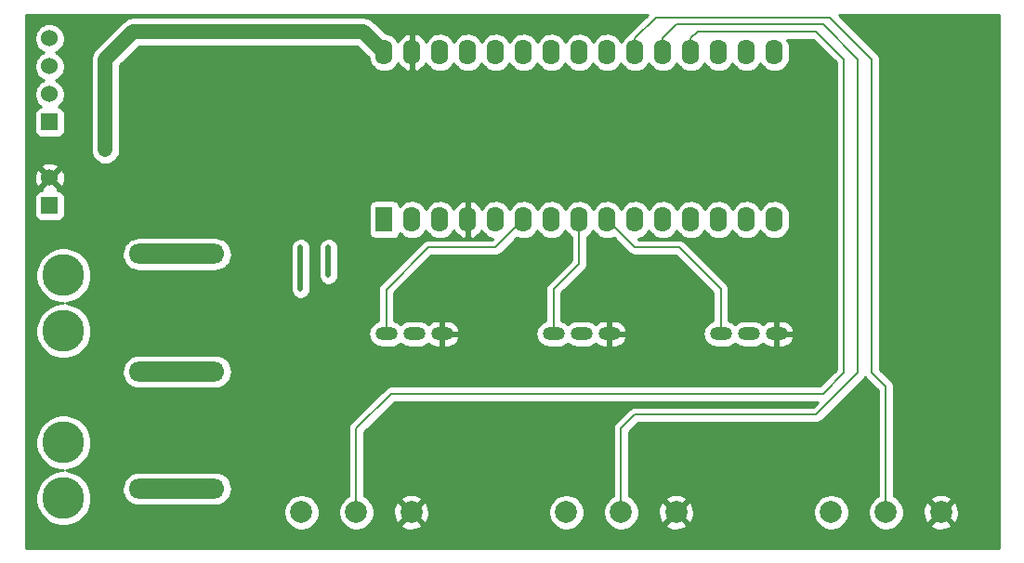
<source format=gtl>
G04 (created by PCBNEW (2013-jul-07)-stable) date Mon 01 Dez 2014 22:00:58 CET*
%MOIN*%
G04 Gerber Fmt 3.4, Leading zero omitted, Abs format*
%FSLAX34Y34*%
G01*
G70*
G90*
G04 APERTURE LIST*
%ADD10C,0.00590551*%
%ADD11C,0.0787402*%
%ADD12R,0.06X0.06*%
%ADD13C,0.06*%
%ADD14O,0.343307X0.0716535*%
%ADD15O,0.062X0.09*%
%ADD16R,0.062X0.09*%
%ADD17C,0.15*%
%ADD18O,0.0787402X0.0472441*%
%ADD19C,0.00116142*%
%ADD20C,0.00787402*%
%ADD21C,0.019685*%
%ADD22C,0.0543307*%
%ADD23C,0.01*%
G04 APERTURE END LIST*
G54D10*
G54D11*
X17531Y-26000D03*
X19500Y-26000D03*
X21468Y-26000D03*
X27031Y-26000D03*
X29000Y-26000D03*
X30968Y-26000D03*
X36531Y-26000D03*
X38500Y-26000D03*
X40468Y-26000D03*
G54D12*
X8500Y-12000D03*
G54D13*
X8500Y-11000D03*
X8500Y-10000D03*
X8500Y-9000D03*
G54D12*
X8500Y-15000D03*
G54D13*
X8500Y-14000D03*
G54D14*
X13066Y-25161D03*
X13066Y-20948D03*
X13066Y-16736D03*
G54D15*
X34500Y-9500D03*
X33500Y-9500D03*
X32500Y-9500D03*
X31500Y-9500D03*
X30500Y-9500D03*
X29500Y-9500D03*
X28500Y-9500D03*
X27500Y-9500D03*
X26500Y-9500D03*
X25500Y-9500D03*
X24500Y-9500D03*
X23500Y-9500D03*
X22500Y-9500D03*
X21500Y-9500D03*
X20500Y-9500D03*
G54D16*
X20500Y-15500D03*
G54D15*
X21500Y-15500D03*
X22500Y-15500D03*
X23500Y-15500D03*
X24500Y-15500D03*
X25500Y-15500D03*
X26500Y-15500D03*
X27500Y-15500D03*
X28500Y-15500D03*
X29500Y-15500D03*
X30500Y-15500D03*
X31500Y-15500D03*
X32500Y-15500D03*
X33500Y-15500D03*
X34500Y-15500D03*
G54D17*
X9000Y-17500D03*
X9000Y-19500D03*
X9000Y-23500D03*
X9000Y-25500D03*
G54D18*
X20574Y-19594D03*
X21574Y-19594D03*
X22574Y-19594D03*
X26574Y-19594D03*
X27574Y-19594D03*
X28574Y-19594D03*
X32574Y-19594D03*
X33574Y-19594D03*
X34574Y-19594D03*
G54D19*
X17500Y-18000D03*
X17500Y-16500D03*
X18500Y-17500D03*
X18500Y-16500D03*
X10500Y-9750D03*
X10500Y-13000D03*
G54D20*
X26574Y-19594D02*
X26574Y-18000D01*
X26574Y-18000D02*
X27500Y-17075D01*
X27500Y-17075D02*
X27500Y-15500D01*
X32574Y-19594D02*
X32574Y-18000D01*
X32574Y-18000D02*
X31075Y-16500D01*
X31075Y-16500D02*
X29500Y-16500D01*
X29500Y-16500D02*
X28500Y-15500D01*
G54D21*
X17500Y-16500D02*
X17500Y-18000D01*
X18500Y-16500D02*
X18500Y-17500D01*
G54D20*
X31500Y-9500D02*
X31500Y-9000D01*
X19500Y-23000D02*
X19500Y-26000D01*
X20750Y-21750D02*
X19500Y-23000D01*
X36250Y-21750D02*
X20750Y-21750D01*
X37000Y-21000D02*
X36250Y-21750D01*
X37000Y-9750D02*
X37000Y-21000D01*
X36000Y-8750D02*
X37000Y-9750D01*
X31750Y-8750D02*
X36000Y-8750D01*
X31500Y-9000D02*
X31750Y-8750D01*
X30500Y-9500D02*
X30500Y-9000D01*
X29000Y-23000D02*
X29000Y-26000D01*
X29500Y-22500D02*
X29000Y-23000D01*
X36000Y-22500D02*
X29500Y-22500D01*
X37500Y-21000D02*
X36000Y-22500D01*
X37500Y-9750D02*
X37500Y-21000D01*
X36250Y-8500D02*
X37500Y-9750D01*
X31000Y-8500D02*
X36250Y-8500D01*
X30500Y-9000D02*
X31000Y-8500D01*
X29500Y-9500D02*
X29500Y-9000D01*
X38500Y-21500D02*
X38500Y-26000D01*
X38000Y-21000D02*
X38500Y-21500D01*
X38000Y-9750D02*
X38000Y-21000D01*
X36500Y-8250D02*
X38000Y-9750D01*
X30250Y-8250D02*
X36500Y-8250D01*
X29500Y-9000D02*
X30250Y-8250D01*
G54D22*
X10500Y-9750D02*
X10500Y-13000D01*
X10500Y-9750D02*
X11500Y-8750D01*
X11500Y-8750D02*
X19750Y-8750D01*
X20500Y-9500D02*
X19750Y-8750D01*
G54D20*
X20574Y-19594D02*
X20574Y-18005D01*
X20574Y-18005D02*
X22080Y-16500D01*
X22080Y-16500D02*
X24500Y-16500D01*
X24500Y-16500D02*
X25500Y-15500D01*
G54D10*
G36*
X42537Y-27289D02*
X41114Y-27289D01*
X41114Y-25977D01*
X41098Y-25851D01*
X41057Y-25732D01*
X41019Y-25661D01*
X40915Y-25623D01*
X40844Y-25694D01*
X40844Y-25552D01*
X40807Y-25448D01*
X40693Y-25393D01*
X40571Y-25361D01*
X40445Y-25353D01*
X40320Y-25370D01*
X40200Y-25411D01*
X40129Y-25448D01*
X40092Y-25552D01*
X40468Y-25929D01*
X40844Y-25552D01*
X40844Y-25694D01*
X40539Y-26000D01*
X40915Y-26376D01*
X41019Y-26338D01*
X41074Y-26225D01*
X41107Y-26103D01*
X41114Y-25977D01*
X41114Y-27289D01*
X40844Y-27289D01*
X40844Y-26447D01*
X40468Y-26070D01*
X40397Y-26141D01*
X40397Y-26000D01*
X40021Y-25623D01*
X39917Y-25661D01*
X39862Y-25774D01*
X39829Y-25896D01*
X39822Y-26022D01*
X39838Y-26148D01*
X39879Y-26267D01*
X39917Y-26338D01*
X40021Y-26376D01*
X40397Y-26000D01*
X40397Y-26141D01*
X40092Y-26447D01*
X40129Y-26551D01*
X40243Y-26606D01*
X40365Y-26638D01*
X40491Y-26646D01*
X40616Y-26629D01*
X40736Y-26588D01*
X40807Y-26551D01*
X40844Y-26447D01*
X40844Y-27289D01*
X37175Y-27289D01*
X37175Y-25936D01*
X37150Y-25813D01*
X37102Y-25696D01*
X37032Y-25591D01*
X36943Y-25501D01*
X36839Y-25431D01*
X36722Y-25382D01*
X36599Y-25356D01*
X36472Y-25355D01*
X36348Y-25379D01*
X36231Y-25426D01*
X36126Y-25495D01*
X36036Y-25584D01*
X35964Y-25688D01*
X35914Y-25804D01*
X35888Y-25927D01*
X35886Y-26054D01*
X35909Y-26178D01*
X35956Y-26295D01*
X36024Y-26401D01*
X36112Y-26492D01*
X36215Y-26564D01*
X36331Y-26615D01*
X36454Y-26642D01*
X36581Y-26644D01*
X36705Y-26622D01*
X36823Y-26577D01*
X36929Y-26509D01*
X37021Y-26422D01*
X37093Y-26319D01*
X37145Y-26204D01*
X37173Y-26081D01*
X37175Y-25936D01*
X37175Y-27289D01*
X31614Y-27289D01*
X31614Y-25977D01*
X31598Y-25851D01*
X31557Y-25732D01*
X31519Y-25661D01*
X31415Y-25623D01*
X31344Y-25694D01*
X31344Y-25552D01*
X31307Y-25448D01*
X31193Y-25393D01*
X31071Y-25361D01*
X30945Y-25353D01*
X30820Y-25370D01*
X30700Y-25411D01*
X30629Y-25448D01*
X30592Y-25552D01*
X30968Y-25929D01*
X31344Y-25552D01*
X31344Y-25694D01*
X31039Y-26000D01*
X31415Y-26376D01*
X31519Y-26338D01*
X31574Y-26225D01*
X31607Y-26103D01*
X31614Y-25977D01*
X31614Y-27289D01*
X31344Y-27289D01*
X31344Y-26447D01*
X30968Y-26070D01*
X30897Y-26141D01*
X30897Y-26000D01*
X30521Y-25623D01*
X30417Y-25661D01*
X30362Y-25774D01*
X30329Y-25896D01*
X30322Y-26022D01*
X30338Y-26148D01*
X30379Y-26267D01*
X30417Y-26338D01*
X30521Y-26376D01*
X30897Y-26000D01*
X30897Y-26141D01*
X30592Y-26447D01*
X30629Y-26551D01*
X30743Y-26606D01*
X30865Y-26638D01*
X30991Y-26646D01*
X31116Y-26629D01*
X31236Y-26588D01*
X31307Y-26551D01*
X31344Y-26447D01*
X31344Y-27289D01*
X27675Y-27289D01*
X27675Y-25936D01*
X27650Y-25813D01*
X27602Y-25696D01*
X27532Y-25591D01*
X27443Y-25501D01*
X27339Y-25431D01*
X27222Y-25382D01*
X27099Y-25356D01*
X26972Y-25355D01*
X26848Y-25379D01*
X26731Y-25426D01*
X26626Y-25495D01*
X26536Y-25584D01*
X26464Y-25688D01*
X26414Y-25804D01*
X26388Y-25927D01*
X26386Y-26054D01*
X26409Y-26178D01*
X26456Y-26295D01*
X26524Y-26401D01*
X26612Y-26492D01*
X26715Y-26564D01*
X26831Y-26615D01*
X26954Y-26642D01*
X27081Y-26644D01*
X27205Y-26622D01*
X27323Y-26577D01*
X27429Y-26509D01*
X27521Y-26422D01*
X27593Y-26319D01*
X27645Y-26204D01*
X27673Y-26081D01*
X27675Y-25936D01*
X27675Y-27289D01*
X22114Y-27289D01*
X22114Y-25977D01*
X22098Y-25851D01*
X22057Y-25732D01*
X22019Y-25661D01*
X21915Y-25623D01*
X21844Y-25694D01*
X21844Y-25552D01*
X21807Y-25448D01*
X21693Y-25393D01*
X21571Y-25361D01*
X21445Y-25353D01*
X21320Y-25370D01*
X21200Y-25411D01*
X21129Y-25448D01*
X21092Y-25552D01*
X21468Y-25929D01*
X21844Y-25552D01*
X21844Y-25694D01*
X21539Y-26000D01*
X21915Y-26376D01*
X22019Y-26338D01*
X22074Y-26225D01*
X22107Y-26103D01*
X22114Y-25977D01*
X22114Y-27289D01*
X21844Y-27289D01*
X21844Y-26447D01*
X21468Y-26070D01*
X21397Y-26141D01*
X21397Y-26000D01*
X21021Y-25623D01*
X20917Y-25661D01*
X20862Y-25774D01*
X20829Y-25896D01*
X20822Y-26022D01*
X20838Y-26148D01*
X20879Y-26267D01*
X20917Y-26338D01*
X21021Y-26376D01*
X21397Y-26000D01*
X21397Y-26141D01*
X21092Y-26447D01*
X21129Y-26551D01*
X21243Y-26606D01*
X21365Y-26638D01*
X21491Y-26646D01*
X21616Y-26629D01*
X21736Y-26588D01*
X21807Y-26551D01*
X21844Y-26447D01*
X21844Y-27289D01*
X18848Y-27289D01*
X18848Y-17500D01*
X18848Y-16500D01*
X18841Y-16432D01*
X18822Y-16367D01*
X18790Y-16307D01*
X18747Y-16254D01*
X18694Y-16211D01*
X18635Y-16178D01*
X18570Y-16158D01*
X18502Y-16151D01*
X18434Y-16157D01*
X18369Y-16176D01*
X18309Y-16208D01*
X18256Y-16251D01*
X18212Y-16303D01*
X18179Y-16362D01*
X18159Y-16427D01*
X18151Y-16495D01*
X18151Y-16500D01*
X18151Y-17500D01*
X18158Y-17567D01*
X18177Y-17632D01*
X18209Y-17692D01*
X18252Y-17745D01*
X18305Y-17788D01*
X18364Y-17821D01*
X18429Y-17841D01*
X18497Y-17848D01*
X18565Y-17842D01*
X18630Y-17823D01*
X18690Y-17791D01*
X18743Y-17748D01*
X18787Y-17696D01*
X18820Y-17637D01*
X18840Y-17572D01*
X18848Y-17504D01*
X18848Y-17500D01*
X18848Y-27289D01*
X18175Y-27289D01*
X18175Y-25936D01*
X18150Y-25813D01*
X18102Y-25696D01*
X18032Y-25591D01*
X17943Y-25501D01*
X17848Y-25437D01*
X17848Y-18000D01*
X17848Y-16500D01*
X17841Y-16432D01*
X17822Y-16367D01*
X17790Y-16307D01*
X17747Y-16254D01*
X17694Y-16211D01*
X17635Y-16178D01*
X17570Y-16158D01*
X17502Y-16151D01*
X17434Y-16157D01*
X17369Y-16176D01*
X17309Y-16208D01*
X17256Y-16251D01*
X17212Y-16303D01*
X17179Y-16362D01*
X17159Y-16427D01*
X17151Y-16495D01*
X17151Y-16500D01*
X17151Y-18000D01*
X17158Y-18067D01*
X17177Y-18132D01*
X17209Y-18192D01*
X17252Y-18245D01*
X17305Y-18288D01*
X17364Y-18321D01*
X17429Y-18341D01*
X17497Y-18348D01*
X17565Y-18342D01*
X17630Y-18323D01*
X17690Y-18291D01*
X17743Y-18248D01*
X17787Y-18196D01*
X17820Y-18137D01*
X17840Y-18072D01*
X17848Y-18004D01*
X17848Y-18000D01*
X17848Y-25437D01*
X17839Y-25431D01*
X17722Y-25382D01*
X17599Y-25356D01*
X17472Y-25355D01*
X17348Y-25379D01*
X17231Y-25426D01*
X17126Y-25495D01*
X17036Y-25584D01*
X16964Y-25688D01*
X16914Y-25804D01*
X16888Y-25927D01*
X16886Y-26054D01*
X16909Y-26178D01*
X16956Y-26295D01*
X17024Y-26401D01*
X17112Y-26492D01*
X17215Y-26564D01*
X17331Y-26615D01*
X17454Y-26642D01*
X17581Y-26644D01*
X17705Y-26622D01*
X17823Y-26577D01*
X17929Y-26509D01*
X18021Y-26422D01*
X18093Y-26319D01*
X18145Y-26204D01*
X18173Y-26081D01*
X18175Y-25936D01*
X18175Y-27289D01*
X15042Y-27289D01*
X15042Y-25165D01*
X15042Y-20953D01*
X15042Y-16740D01*
X15032Y-16622D01*
X14998Y-16508D01*
X14943Y-16403D01*
X14869Y-16310D01*
X14778Y-16234D01*
X14674Y-16177D01*
X14561Y-16141D01*
X14443Y-16128D01*
X14434Y-16127D01*
X11699Y-16127D01*
X11581Y-16139D01*
X11467Y-16173D01*
X11362Y-16229D01*
X11270Y-16304D01*
X11194Y-16396D01*
X11138Y-16500D01*
X11103Y-16613D01*
X11090Y-16731D01*
X11101Y-16850D01*
X11135Y-16964D01*
X11190Y-17069D01*
X11264Y-17161D01*
X11355Y-17238D01*
X11459Y-17295D01*
X11572Y-17331D01*
X11690Y-17344D01*
X11699Y-17344D01*
X14434Y-17344D01*
X14552Y-17332D01*
X14666Y-17298D01*
X14771Y-17242D01*
X14863Y-17167D01*
X14938Y-17076D01*
X14995Y-16971D01*
X15030Y-16858D01*
X15042Y-16740D01*
X15042Y-20953D01*
X15032Y-20834D01*
X14998Y-20720D01*
X14943Y-20615D01*
X14869Y-20523D01*
X14778Y-20446D01*
X14674Y-20389D01*
X14561Y-20353D01*
X14443Y-20340D01*
X14434Y-20340D01*
X11699Y-20340D01*
X11581Y-20352D01*
X11467Y-20386D01*
X11362Y-20442D01*
X11270Y-20517D01*
X11194Y-20608D01*
X11138Y-20713D01*
X11103Y-20826D01*
X11090Y-20944D01*
X11101Y-21062D01*
X11135Y-21176D01*
X11190Y-21281D01*
X11264Y-21374D01*
X11355Y-21450D01*
X11459Y-21507D01*
X11572Y-21543D01*
X11690Y-21557D01*
X11699Y-21557D01*
X14434Y-21557D01*
X14552Y-21545D01*
X14666Y-21511D01*
X14771Y-21455D01*
X14863Y-21380D01*
X14938Y-21288D01*
X14995Y-21184D01*
X15030Y-21071D01*
X15042Y-20953D01*
X15042Y-25165D01*
X15032Y-25047D01*
X14998Y-24933D01*
X14943Y-24828D01*
X14869Y-24735D01*
X14778Y-24659D01*
X14674Y-24602D01*
X14561Y-24566D01*
X14443Y-24553D01*
X14434Y-24553D01*
X11699Y-24553D01*
X11581Y-24564D01*
X11467Y-24599D01*
X11362Y-24654D01*
X11270Y-24729D01*
X11194Y-24821D01*
X11138Y-24925D01*
X11103Y-25039D01*
X11090Y-25157D01*
X11101Y-25275D01*
X11135Y-25389D01*
X11190Y-25494D01*
X11264Y-25587D01*
X11355Y-25663D01*
X11459Y-25720D01*
X11572Y-25756D01*
X11690Y-25769D01*
X11699Y-25769D01*
X14434Y-25769D01*
X14552Y-25758D01*
X14666Y-25723D01*
X14771Y-25668D01*
X14863Y-25593D01*
X14938Y-25501D01*
X14995Y-25397D01*
X15030Y-25283D01*
X15042Y-25165D01*
X15042Y-27289D01*
X10000Y-27289D01*
X10000Y-25401D01*
X9961Y-25209D01*
X9887Y-25028D01*
X9778Y-24864D01*
X9640Y-24725D01*
X9477Y-24616D01*
X9297Y-24540D01*
X9105Y-24500D01*
X9084Y-24500D01*
X9270Y-24467D01*
X9453Y-24396D01*
X9618Y-24291D01*
X9760Y-24156D01*
X9873Y-23996D01*
X9953Y-23817D01*
X9996Y-23625D01*
X10000Y-23401D01*
X10000Y-19401D01*
X9961Y-19209D01*
X9887Y-19028D01*
X9778Y-18864D01*
X9640Y-18725D01*
X9477Y-18616D01*
X9297Y-18540D01*
X9105Y-18500D01*
X9084Y-18500D01*
X9270Y-18467D01*
X9453Y-18396D01*
X9618Y-18291D01*
X9760Y-18156D01*
X9873Y-17996D01*
X9953Y-17817D01*
X9996Y-17625D01*
X10000Y-17401D01*
X9961Y-17209D01*
X9887Y-17028D01*
X9778Y-16864D01*
X9640Y-16725D01*
X9477Y-16616D01*
X9297Y-16540D01*
X9105Y-16500D01*
X9052Y-16500D01*
X9052Y-13973D01*
X9050Y-13960D01*
X9050Y-12277D01*
X9050Y-11675D01*
X9040Y-11627D01*
X9021Y-11582D01*
X8994Y-11541D01*
X8960Y-11506D01*
X8919Y-11479D01*
X8874Y-11460D01*
X8826Y-11450D01*
X8817Y-11450D01*
X8840Y-11435D01*
X8918Y-11361D01*
X8980Y-11272D01*
X9024Y-11174D01*
X9048Y-11069D01*
X9050Y-10946D01*
X9029Y-10840D01*
X8987Y-10740D01*
X8928Y-10650D01*
X8852Y-10574D01*
X8762Y-10513D01*
X8730Y-10500D01*
X8749Y-10493D01*
X8840Y-10435D01*
X8918Y-10361D01*
X8980Y-10272D01*
X9024Y-10174D01*
X9048Y-10069D01*
X9050Y-9946D01*
X9029Y-9840D01*
X8987Y-9740D01*
X8928Y-9650D01*
X8852Y-9574D01*
X8762Y-9513D01*
X8730Y-9500D01*
X8749Y-9493D01*
X8840Y-9435D01*
X8918Y-9361D01*
X8980Y-9272D01*
X9024Y-9174D01*
X9048Y-9069D01*
X9050Y-8946D01*
X9029Y-8840D01*
X8987Y-8740D01*
X8928Y-8650D01*
X8852Y-8574D01*
X8762Y-8513D01*
X8663Y-8472D01*
X8557Y-8450D01*
X8449Y-8449D01*
X8343Y-8469D01*
X8243Y-8510D01*
X8153Y-8569D01*
X8076Y-8644D01*
X8015Y-8733D01*
X7973Y-8832D01*
X7950Y-8938D01*
X7949Y-9046D01*
X7968Y-9152D01*
X8008Y-9252D01*
X8066Y-9343D01*
X8141Y-9420D01*
X8230Y-9482D01*
X8269Y-9499D01*
X8243Y-9510D01*
X8153Y-9569D01*
X8076Y-9644D01*
X8015Y-9733D01*
X7973Y-9832D01*
X7950Y-9938D01*
X7949Y-10046D01*
X7968Y-10152D01*
X8008Y-10252D01*
X8066Y-10343D01*
X8141Y-10420D01*
X8230Y-10482D01*
X8269Y-10499D01*
X8243Y-10510D01*
X8153Y-10569D01*
X8076Y-10644D01*
X8015Y-10733D01*
X7973Y-10832D01*
X7950Y-10938D01*
X7949Y-11046D01*
X7968Y-11152D01*
X8008Y-11252D01*
X8066Y-11343D01*
X8141Y-11420D01*
X8183Y-11449D01*
X8175Y-11449D01*
X8127Y-11459D01*
X8082Y-11478D01*
X8041Y-11505D01*
X8006Y-11539D01*
X7979Y-11580D01*
X7960Y-11625D01*
X7950Y-11673D01*
X7949Y-11722D01*
X7949Y-12324D01*
X7959Y-12372D01*
X7978Y-12417D01*
X8005Y-12458D01*
X8039Y-12493D01*
X8080Y-12520D01*
X8125Y-12539D01*
X8173Y-12549D01*
X8222Y-12550D01*
X8824Y-12550D01*
X8872Y-12540D01*
X8917Y-12521D01*
X8958Y-12494D01*
X8993Y-12460D01*
X9020Y-12419D01*
X9039Y-12374D01*
X9049Y-12326D01*
X9050Y-12277D01*
X9050Y-13960D01*
X9036Y-13866D01*
X9000Y-13764D01*
X8974Y-13716D01*
X8880Y-13690D01*
X8809Y-13761D01*
X8809Y-13619D01*
X8783Y-13525D01*
X8685Y-13479D01*
X8580Y-13453D01*
X8473Y-13447D01*
X8366Y-13463D01*
X8264Y-13499D01*
X8216Y-13525D01*
X8190Y-13619D01*
X8500Y-13929D01*
X8809Y-13619D01*
X8809Y-13761D01*
X8570Y-14000D01*
X8880Y-14309D01*
X8974Y-14283D01*
X9020Y-14185D01*
X9046Y-14080D01*
X9052Y-13973D01*
X9052Y-16500D01*
X9050Y-16500D01*
X9050Y-15277D01*
X9050Y-14675D01*
X9040Y-14627D01*
X9021Y-14582D01*
X8994Y-14541D01*
X8960Y-14506D01*
X8919Y-14479D01*
X8874Y-14460D01*
X8826Y-14450D01*
X8789Y-14449D01*
X8809Y-14380D01*
X8500Y-14070D01*
X8429Y-14141D01*
X8429Y-14000D01*
X8119Y-13690D01*
X8025Y-13716D01*
X7979Y-13814D01*
X7953Y-13919D01*
X7947Y-14026D01*
X7963Y-14133D01*
X7999Y-14235D01*
X8025Y-14283D01*
X8119Y-14309D01*
X8429Y-14000D01*
X8429Y-14141D01*
X8190Y-14380D01*
X8210Y-14449D01*
X8175Y-14449D01*
X8127Y-14459D01*
X8082Y-14478D01*
X8041Y-14505D01*
X8006Y-14539D01*
X7979Y-14580D01*
X7960Y-14625D01*
X7950Y-14673D01*
X7949Y-14722D01*
X7949Y-15324D01*
X7959Y-15372D01*
X7978Y-15417D01*
X8005Y-15458D01*
X8039Y-15493D01*
X8080Y-15520D01*
X8125Y-15539D01*
X8173Y-15549D01*
X8222Y-15550D01*
X8824Y-15550D01*
X8872Y-15540D01*
X8917Y-15521D01*
X8958Y-15494D01*
X8993Y-15460D01*
X9020Y-15419D01*
X9039Y-15374D01*
X9049Y-15326D01*
X9050Y-15277D01*
X9050Y-16500D01*
X8908Y-16499D01*
X8716Y-16536D01*
X8534Y-16609D01*
X8370Y-16716D01*
X8230Y-16854D01*
X8119Y-17015D01*
X8042Y-17196D01*
X8001Y-17387D01*
X7998Y-17584D01*
X8034Y-17776D01*
X8106Y-17959D01*
X8212Y-18124D01*
X8348Y-18265D01*
X8509Y-18377D01*
X8689Y-18455D01*
X8881Y-18497D01*
X8976Y-18499D01*
X8908Y-18499D01*
X8716Y-18536D01*
X8534Y-18609D01*
X8370Y-18716D01*
X8230Y-18854D01*
X8119Y-19015D01*
X8042Y-19196D01*
X8001Y-19387D01*
X7998Y-19584D01*
X8034Y-19776D01*
X8106Y-19959D01*
X8212Y-20124D01*
X8348Y-20265D01*
X8509Y-20377D01*
X8689Y-20455D01*
X8881Y-20497D01*
X9077Y-20501D01*
X9270Y-20467D01*
X9453Y-20396D01*
X9618Y-20291D01*
X9760Y-20156D01*
X9873Y-19996D01*
X9953Y-19817D01*
X9996Y-19625D01*
X10000Y-19401D01*
X10000Y-23401D01*
X9961Y-23209D01*
X9887Y-23028D01*
X9778Y-22864D01*
X9640Y-22725D01*
X9477Y-22616D01*
X9297Y-22540D01*
X9105Y-22500D01*
X8908Y-22499D01*
X8716Y-22536D01*
X8534Y-22609D01*
X8370Y-22716D01*
X8230Y-22854D01*
X8119Y-23015D01*
X8042Y-23196D01*
X8001Y-23387D01*
X7998Y-23584D01*
X8034Y-23776D01*
X8106Y-23959D01*
X8212Y-24124D01*
X8348Y-24265D01*
X8509Y-24377D01*
X8689Y-24455D01*
X8881Y-24497D01*
X8976Y-24499D01*
X8908Y-24499D01*
X8716Y-24536D01*
X8534Y-24609D01*
X8370Y-24716D01*
X8230Y-24854D01*
X8119Y-25015D01*
X8042Y-25196D01*
X8001Y-25387D01*
X7998Y-25584D01*
X8034Y-25776D01*
X8106Y-25959D01*
X8212Y-26124D01*
X8348Y-26265D01*
X8509Y-26377D01*
X8689Y-26455D01*
X8881Y-26497D01*
X9077Y-26501D01*
X9270Y-26467D01*
X9453Y-26396D01*
X9618Y-26291D01*
X9760Y-26156D01*
X9873Y-25996D01*
X9953Y-25817D01*
X9996Y-25625D01*
X10000Y-25401D01*
X10000Y-27289D01*
X7643Y-27289D01*
X7643Y-8143D01*
X29947Y-8143D01*
X29295Y-8795D01*
X29278Y-8816D01*
X29261Y-8836D01*
X29260Y-8837D01*
X29259Y-8839D01*
X29248Y-8859D01*
X29193Y-8888D01*
X29108Y-8956D01*
X29037Y-9040D01*
X28999Y-9109D01*
X28966Y-9046D01*
X28897Y-8962D01*
X28813Y-8892D01*
X28717Y-8840D01*
X28612Y-8808D01*
X28503Y-8796D01*
X28395Y-8806D01*
X28290Y-8837D01*
X28193Y-8888D01*
X28108Y-8956D01*
X28037Y-9040D01*
X27999Y-9109D01*
X27966Y-9046D01*
X27897Y-8962D01*
X27813Y-8892D01*
X27717Y-8840D01*
X27612Y-8808D01*
X27503Y-8796D01*
X27395Y-8806D01*
X27290Y-8837D01*
X27193Y-8888D01*
X27108Y-8956D01*
X27037Y-9040D01*
X26999Y-9109D01*
X26966Y-9046D01*
X26897Y-8962D01*
X26813Y-8892D01*
X26717Y-8840D01*
X26612Y-8808D01*
X26503Y-8796D01*
X26395Y-8806D01*
X26290Y-8837D01*
X26193Y-8888D01*
X26108Y-8956D01*
X26037Y-9040D01*
X25999Y-9109D01*
X25966Y-9046D01*
X25897Y-8962D01*
X25813Y-8892D01*
X25717Y-8840D01*
X25612Y-8808D01*
X25503Y-8796D01*
X25395Y-8806D01*
X25290Y-8837D01*
X25193Y-8888D01*
X25108Y-8956D01*
X25037Y-9040D01*
X24999Y-9109D01*
X24966Y-9046D01*
X24897Y-8962D01*
X24813Y-8892D01*
X24717Y-8840D01*
X24612Y-8808D01*
X24503Y-8796D01*
X24395Y-8806D01*
X24290Y-8837D01*
X24193Y-8888D01*
X24108Y-8956D01*
X24037Y-9040D01*
X23999Y-9109D01*
X23966Y-9046D01*
X23897Y-8962D01*
X23813Y-8892D01*
X23717Y-8840D01*
X23612Y-8808D01*
X23503Y-8796D01*
X23395Y-8806D01*
X23290Y-8837D01*
X23193Y-8888D01*
X23108Y-8956D01*
X23037Y-9040D01*
X22999Y-9109D01*
X22966Y-9046D01*
X22897Y-8962D01*
X22813Y-8892D01*
X22717Y-8840D01*
X22612Y-8808D01*
X22503Y-8796D01*
X22395Y-8806D01*
X22290Y-8837D01*
X22193Y-8888D01*
X22108Y-8956D01*
X22037Y-9040D01*
X22001Y-9106D01*
X21998Y-9100D01*
X21938Y-9008D01*
X21862Y-8929D01*
X21771Y-8867D01*
X21670Y-8824D01*
X21636Y-8816D01*
X21550Y-8865D01*
X21550Y-9450D01*
X21557Y-9450D01*
X21557Y-9550D01*
X21550Y-9550D01*
X21550Y-10134D01*
X21636Y-10183D01*
X21670Y-10175D01*
X21771Y-10132D01*
X21862Y-10070D01*
X21938Y-9991D01*
X21998Y-9899D01*
X22001Y-9892D01*
X22033Y-9953D01*
X22102Y-10037D01*
X22186Y-10107D01*
X22282Y-10159D01*
X22387Y-10191D01*
X22496Y-10203D01*
X22604Y-10193D01*
X22709Y-10162D01*
X22806Y-10111D01*
X22891Y-10043D01*
X22962Y-9959D01*
X23000Y-9890D01*
X23033Y-9953D01*
X23102Y-10037D01*
X23186Y-10107D01*
X23282Y-10159D01*
X23387Y-10191D01*
X23496Y-10203D01*
X23604Y-10193D01*
X23709Y-10162D01*
X23806Y-10111D01*
X23891Y-10043D01*
X23962Y-9959D01*
X24000Y-9890D01*
X24033Y-9953D01*
X24102Y-10037D01*
X24186Y-10107D01*
X24282Y-10159D01*
X24387Y-10191D01*
X24496Y-10203D01*
X24604Y-10193D01*
X24709Y-10162D01*
X24806Y-10111D01*
X24891Y-10043D01*
X24962Y-9959D01*
X25000Y-9890D01*
X25033Y-9953D01*
X25102Y-10037D01*
X25186Y-10107D01*
X25282Y-10159D01*
X25387Y-10191D01*
X25496Y-10203D01*
X25604Y-10193D01*
X25709Y-10162D01*
X25806Y-10111D01*
X25891Y-10043D01*
X25962Y-9959D01*
X26000Y-9890D01*
X26033Y-9953D01*
X26102Y-10037D01*
X26186Y-10107D01*
X26282Y-10159D01*
X26387Y-10191D01*
X26496Y-10203D01*
X26604Y-10193D01*
X26709Y-10162D01*
X26806Y-10111D01*
X26891Y-10043D01*
X26962Y-9959D01*
X27000Y-9890D01*
X27033Y-9953D01*
X27102Y-10037D01*
X27186Y-10107D01*
X27282Y-10159D01*
X27387Y-10191D01*
X27496Y-10203D01*
X27604Y-10193D01*
X27709Y-10162D01*
X27806Y-10111D01*
X27891Y-10043D01*
X27962Y-9959D01*
X28000Y-9890D01*
X28033Y-9953D01*
X28102Y-10037D01*
X28186Y-10107D01*
X28282Y-10159D01*
X28387Y-10191D01*
X28496Y-10203D01*
X28604Y-10193D01*
X28709Y-10162D01*
X28806Y-10111D01*
X28891Y-10043D01*
X28962Y-9959D01*
X29000Y-9890D01*
X29033Y-9953D01*
X29102Y-10037D01*
X29186Y-10107D01*
X29282Y-10159D01*
X29387Y-10191D01*
X29496Y-10203D01*
X29604Y-10193D01*
X29709Y-10162D01*
X29806Y-10111D01*
X29891Y-10043D01*
X29962Y-9959D01*
X30000Y-9890D01*
X30033Y-9953D01*
X30102Y-10037D01*
X30186Y-10107D01*
X30282Y-10159D01*
X30387Y-10191D01*
X30496Y-10203D01*
X30604Y-10193D01*
X30709Y-10162D01*
X30806Y-10111D01*
X30891Y-10043D01*
X30962Y-9959D01*
X31000Y-9890D01*
X31033Y-9953D01*
X31102Y-10037D01*
X31186Y-10107D01*
X31282Y-10159D01*
X31387Y-10191D01*
X31496Y-10203D01*
X31604Y-10193D01*
X31709Y-10162D01*
X31806Y-10111D01*
X31891Y-10043D01*
X31962Y-9959D01*
X32000Y-9890D01*
X32033Y-9953D01*
X32102Y-10037D01*
X32186Y-10107D01*
X32282Y-10159D01*
X32387Y-10191D01*
X32496Y-10203D01*
X32604Y-10193D01*
X32709Y-10162D01*
X32806Y-10111D01*
X32891Y-10043D01*
X32962Y-9959D01*
X33000Y-9890D01*
X33033Y-9953D01*
X33102Y-10037D01*
X33186Y-10107D01*
X33282Y-10159D01*
X33387Y-10191D01*
X33496Y-10203D01*
X33604Y-10193D01*
X33709Y-10162D01*
X33806Y-10111D01*
X33891Y-10043D01*
X33962Y-9959D01*
X34000Y-9890D01*
X34033Y-9953D01*
X34102Y-10037D01*
X34186Y-10107D01*
X34282Y-10159D01*
X34387Y-10191D01*
X34496Y-10203D01*
X34604Y-10193D01*
X34709Y-10162D01*
X34806Y-10111D01*
X34891Y-10043D01*
X34962Y-9959D01*
X35014Y-9863D01*
X35047Y-9759D01*
X35059Y-9651D01*
X35060Y-9643D01*
X35060Y-9356D01*
X35049Y-9247D01*
X35017Y-9143D01*
X34966Y-9046D01*
X34960Y-9039D01*
X35880Y-9039D01*
X36710Y-9869D01*
X36710Y-20880D01*
X36130Y-21460D01*
X35202Y-21460D01*
X35202Y-19719D01*
X35202Y-19469D01*
X35199Y-19452D01*
X35163Y-19364D01*
X35110Y-19284D01*
X35060Y-19234D01*
X35060Y-15643D01*
X35060Y-15356D01*
X35049Y-15247D01*
X35017Y-15143D01*
X34966Y-15046D01*
X34897Y-14962D01*
X34813Y-14892D01*
X34717Y-14840D01*
X34612Y-14808D01*
X34503Y-14796D01*
X34395Y-14806D01*
X34290Y-14837D01*
X34193Y-14888D01*
X34108Y-14956D01*
X34037Y-15040D01*
X33999Y-15109D01*
X33966Y-15046D01*
X33897Y-14962D01*
X33813Y-14892D01*
X33717Y-14840D01*
X33612Y-14808D01*
X33503Y-14796D01*
X33395Y-14806D01*
X33290Y-14837D01*
X33193Y-14888D01*
X33108Y-14956D01*
X33037Y-15040D01*
X32999Y-15109D01*
X32966Y-15046D01*
X32897Y-14962D01*
X32813Y-14892D01*
X32717Y-14840D01*
X32612Y-14808D01*
X32503Y-14796D01*
X32395Y-14806D01*
X32290Y-14837D01*
X32193Y-14888D01*
X32108Y-14956D01*
X32037Y-15040D01*
X31999Y-15109D01*
X31966Y-15046D01*
X31897Y-14962D01*
X31813Y-14892D01*
X31717Y-14840D01*
X31612Y-14808D01*
X31503Y-14796D01*
X31395Y-14806D01*
X31290Y-14837D01*
X31193Y-14888D01*
X31108Y-14956D01*
X31037Y-15040D01*
X30999Y-15109D01*
X30966Y-15046D01*
X30897Y-14962D01*
X30813Y-14892D01*
X30717Y-14840D01*
X30612Y-14808D01*
X30503Y-14796D01*
X30395Y-14806D01*
X30290Y-14837D01*
X30193Y-14888D01*
X30108Y-14956D01*
X30037Y-15040D01*
X29999Y-15109D01*
X29966Y-15046D01*
X29897Y-14962D01*
X29813Y-14892D01*
X29717Y-14840D01*
X29612Y-14808D01*
X29503Y-14796D01*
X29395Y-14806D01*
X29290Y-14837D01*
X29193Y-14888D01*
X29108Y-14956D01*
X29037Y-15040D01*
X28999Y-15109D01*
X28966Y-15046D01*
X28897Y-14962D01*
X28813Y-14892D01*
X28717Y-14840D01*
X28612Y-14808D01*
X28503Y-14796D01*
X28395Y-14806D01*
X28290Y-14837D01*
X28193Y-14888D01*
X28108Y-14956D01*
X28037Y-15040D01*
X27999Y-15109D01*
X27966Y-15046D01*
X27897Y-14962D01*
X27813Y-14892D01*
X27717Y-14840D01*
X27612Y-14808D01*
X27503Y-14796D01*
X27395Y-14806D01*
X27290Y-14837D01*
X27193Y-14888D01*
X27108Y-14956D01*
X27037Y-15040D01*
X26999Y-15109D01*
X26966Y-15046D01*
X26897Y-14962D01*
X26813Y-14892D01*
X26717Y-14840D01*
X26612Y-14808D01*
X26503Y-14796D01*
X26395Y-14806D01*
X26290Y-14837D01*
X26193Y-14888D01*
X26108Y-14956D01*
X26037Y-15040D01*
X25999Y-15109D01*
X25966Y-15046D01*
X25897Y-14962D01*
X25813Y-14892D01*
X25717Y-14840D01*
X25612Y-14808D01*
X25503Y-14796D01*
X25395Y-14806D01*
X25290Y-14837D01*
X25193Y-14888D01*
X25108Y-14956D01*
X25037Y-15040D01*
X24999Y-15109D01*
X24966Y-15046D01*
X24897Y-14962D01*
X24813Y-14892D01*
X24717Y-14840D01*
X24612Y-14808D01*
X24503Y-14796D01*
X24395Y-14806D01*
X24290Y-14837D01*
X24193Y-14888D01*
X24108Y-14956D01*
X24037Y-15040D01*
X24001Y-15106D01*
X23998Y-15100D01*
X23938Y-15008D01*
X23862Y-14929D01*
X23771Y-14867D01*
X23670Y-14824D01*
X23636Y-14816D01*
X23550Y-14865D01*
X23550Y-15450D01*
X23557Y-15450D01*
X23557Y-15550D01*
X23550Y-15550D01*
X23550Y-16134D01*
X23636Y-16183D01*
X23670Y-16175D01*
X23771Y-16132D01*
X23862Y-16070D01*
X23938Y-15991D01*
X23998Y-15899D01*
X24001Y-15892D01*
X24033Y-15953D01*
X24102Y-16037D01*
X24186Y-16107D01*
X24282Y-16159D01*
X24387Y-16191D01*
X24397Y-16193D01*
X24380Y-16210D01*
X23450Y-16210D01*
X23450Y-16134D01*
X23450Y-15550D01*
X23442Y-15550D01*
X23442Y-15450D01*
X23450Y-15450D01*
X23450Y-14865D01*
X23363Y-14816D01*
X23329Y-14824D01*
X23228Y-14867D01*
X23137Y-14929D01*
X23061Y-15008D01*
X23001Y-15100D01*
X22998Y-15107D01*
X22966Y-15046D01*
X22897Y-14962D01*
X22813Y-14892D01*
X22717Y-14840D01*
X22612Y-14808D01*
X22503Y-14796D01*
X22395Y-14806D01*
X22290Y-14837D01*
X22193Y-14888D01*
X22108Y-14956D01*
X22037Y-15040D01*
X21999Y-15109D01*
X21966Y-15046D01*
X21897Y-14962D01*
X21813Y-14892D01*
X21717Y-14840D01*
X21612Y-14808D01*
X21503Y-14796D01*
X21450Y-14801D01*
X21450Y-10134D01*
X21450Y-9550D01*
X21442Y-9550D01*
X21442Y-9450D01*
X21450Y-9450D01*
X21450Y-8865D01*
X21363Y-8816D01*
X21329Y-8824D01*
X21228Y-8867D01*
X21137Y-8929D01*
X21061Y-9008D01*
X21001Y-9100D01*
X20998Y-9107D01*
X20966Y-9046D01*
X20897Y-8962D01*
X20813Y-8892D01*
X20717Y-8840D01*
X20612Y-8808D01*
X20537Y-8800D01*
X20118Y-8381D01*
X20081Y-8350D01*
X20044Y-8319D01*
X20042Y-8318D01*
X20040Y-8316D01*
X19997Y-8293D01*
X19955Y-8270D01*
X19952Y-8269D01*
X19950Y-8268D01*
X19904Y-8254D01*
X19858Y-8239D01*
X19855Y-8239D01*
X19853Y-8238D01*
X19805Y-8233D01*
X19757Y-8228D01*
X19751Y-8228D01*
X19751Y-8228D01*
X19751Y-8228D01*
X19750Y-8228D01*
X11500Y-8228D01*
X11452Y-8233D01*
X11404Y-8237D01*
X11401Y-8238D01*
X11398Y-8238D01*
X11352Y-8252D01*
X11306Y-8265D01*
X11303Y-8266D01*
X11301Y-8267D01*
X11258Y-8290D01*
X11215Y-8312D01*
X11213Y-8314D01*
X11211Y-8315D01*
X11173Y-8345D01*
X11136Y-8376D01*
X11132Y-8379D01*
X11132Y-8379D01*
X11132Y-8379D01*
X11131Y-8381D01*
X10131Y-9381D01*
X10100Y-9418D01*
X10069Y-9455D01*
X10068Y-9457D01*
X10066Y-9459D01*
X10043Y-9502D01*
X10020Y-9544D01*
X10019Y-9547D01*
X10018Y-9549D01*
X10004Y-9595D01*
X9989Y-9641D01*
X9989Y-9644D01*
X9988Y-9646D01*
X9983Y-9694D01*
X9978Y-9742D01*
X9978Y-9748D01*
X9978Y-9748D01*
X9978Y-9748D01*
X9978Y-9750D01*
X9978Y-13000D01*
X9988Y-13101D01*
X10017Y-13198D01*
X10065Y-13288D01*
X10129Y-13367D01*
X10208Y-13432D01*
X10297Y-13480D01*
X10395Y-13510D01*
X10496Y-13521D01*
X10597Y-13512D01*
X10695Y-13483D01*
X10785Y-13436D01*
X10864Y-13372D01*
X10930Y-13294D01*
X10979Y-13205D01*
X11010Y-13108D01*
X11021Y-13007D01*
X11021Y-13000D01*
X11021Y-9966D01*
X11716Y-9271D01*
X19533Y-9271D01*
X19943Y-9681D01*
X19950Y-9752D01*
X19982Y-9856D01*
X20033Y-9953D01*
X20102Y-10037D01*
X20186Y-10107D01*
X20282Y-10159D01*
X20387Y-10191D01*
X20496Y-10203D01*
X20604Y-10193D01*
X20709Y-10162D01*
X20806Y-10111D01*
X20891Y-10043D01*
X20962Y-9959D01*
X20998Y-9893D01*
X21001Y-9899D01*
X21061Y-9991D01*
X21137Y-10070D01*
X21228Y-10132D01*
X21329Y-10175D01*
X21363Y-10183D01*
X21450Y-10134D01*
X21450Y-14801D01*
X21395Y-14806D01*
X21290Y-14837D01*
X21193Y-14888D01*
X21108Y-14956D01*
X21058Y-15016D01*
X21050Y-14977D01*
X21031Y-14932D01*
X21004Y-14891D01*
X20970Y-14856D01*
X20929Y-14829D01*
X20884Y-14810D01*
X20836Y-14800D01*
X20787Y-14799D01*
X20165Y-14799D01*
X20117Y-14809D01*
X20072Y-14828D01*
X20031Y-14855D01*
X19996Y-14889D01*
X19969Y-14930D01*
X19950Y-14975D01*
X19940Y-15023D01*
X19939Y-15072D01*
X19939Y-15974D01*
X19949Y-16022D01*
X19968Y-16067D01*
X19995Y-16108D01*
X20029Y-16143D01*
X20070Y-16170D01*
X20115Y-16189D01*
X20163Y-16199D01*
X20212Y-16200D01*
X20834Y-16200D01*
X20882Y-16190D01*
X20927Y-16171D01*
X20968Y-16144D01*
X21003Y-16110D01*
X21030Y-16069D01*
X21049Y-16024D01*
X21058Y-15983D01*
X21102Y-16037D01*
X21186Y-16107D01*
X21282Y-16159D01*
X21387Y-16191D01*
X21496Y-16203D01*
X21604Y-16193D01*
X21709Y-16162D01*
X21806Y-16111D01*
X21891Y-16043D01*
X21962Y-15959D01*
X22000Y-15890D01*
X22033Y-15953D01*
X22102Y-16037D01*
X22186Y-16107D01*
X22282Y-16159D01*
X22387Y-16191D01*
X22496Y-16203D01*
X22604Y-16193D01*
X22709Y-16162D01*
X22806Y-16111D01*
X22891Y-16043D01*
X22962Y-15959D01*
X22998Y-15893D01*
X23001Y-15899D01*
X23061Y-15991D01*
X23137Y-16070D01*
X23228Y-16132D01*
X23329Y-16175D01*
X23363Y-16183D01*
X23450Y-16134D01*
X23450Y-16210D01*
X22080Y-16210D01*
X22053Y-16213D01*
X22026Y-16215D01*
X22025Y-16215D01*
X22023Y-16216D01*
X21998Y-16223D01*
X21972Y-16231D01*
X21971Y-16232D01*
X21969Y-16232D01*
X21946Y-16245D01*
X21922Y-16257D01*
X21921Y-16258D01*
X21919Y-16258D01*
X21899Y-16275D01*
X21878Y-16292D01*
X21876Y-16294D01*
X21876Y-16294D01*
X21876Y-16294D01*
X21875Y-16295D01*
X20370Y-17800D01*
X20353Y-17821D01*
X20336Y-17841D01*
X20335Y-17843D01*
X20334Y-17844D01*
X20321Y-17867D01*
X20308Y-17891D01*
X20308Y-17892D01*
X20307Y-17893D01*
X20299Y-17919D01*
X20291Y-17945D01*
X20291Y-17946D01*
X20291Y-17948D01*
X20288Y-17974D01*
X20285Y-18001D01*
X20285Y-18004D01*
X20285Y-18004D01*
X20285Y-18004D01*
X20285Y-18005D01*
X20285Y-19127D01*
X20228Y-19144D01*
X20145Y-19189D01*
X20071Y-19249D01*
X20011Y-19322D01*
X19965Y-19406D01*
X19937Y-19496D01*
X19927Y-19591D01*
X19936Y-19685D01*
X19963Y-19776D01*
X20007Y-19860D01*
X20066Y-19934D01*
X20139Y-19995D01*
X20222Y-20041D01*
X20313Y-20070D01*
X20407Y-20080D01*
X20414Y-20080D01*
X20735Y-20080D01*
X20829Y-20071D01*
X20920Y-20044D01*
X21004Y-19999D01*
X21075Y-19941D01*
X21139Y-19995D01*
X21222Y-20041D01*
X21313Y-20070D01*
X21407Y-20080D01*
X21414Y-20080D01*
X21735Y-20080D01*
X21829Y-20071D01*
X21920Y-20044D01*
X22004Y-19999D01*
X22076Y-19941D01*
X22106Y-19971D01*
X22185Y-20024D01*
X22273Y-20061D01*
X22367Y-20080D01*
X22524Y-20080D01*
X22524Y-19644D01*
X22516Y-19644D01*
X22516Y-19544D01*
X22524Y-19544D01*
X22524Y-19108D01*
X22367Y-19108D01*
X22273Y-19127D01*
X22185Y-19164D01*
X22106Y-19217D01*
X22075Y-19248D01*
X22010Y-19193D01*
X21926Y-19147D01*
X21836Y-19118D01*
X21742Y-19108D01*
X21735Y-19108D01*
X21414Y-19108D01*
X21319Y-19117D01*
X21228Y-19144D01*
X21145Y-19189D01*
X21074Y-19247D01*
X21010Y-19193D01*
X20926Y-19147D01*
X20864Y-19127D01*
X20864Y-18125D01*
X22199Y-16789D01*
X24500Y-16789D01*
X24526Y-16786D01*
X24553Y-16784D01*
X24554Y-16784D01*
X24556Y-16783D01*
X24581Y-16776D01*
X24607Y-16768D01*
X24608Y-16767D01*
X24610Y-16767D01*
X24633Y-16754D01*
X24657Y-16742D01*
X24658Y-16741D01*
X24660Y-16741D01*
X24680Y-16724D01*
X24701Y-16707D01*
X24703Y-16705D01*
X24703Y-16705D01*
X24703Y-16705D01*
X24704Y-16704D01*
X25261Y-16147D01*
X25282Y-16159D01*
X25387Y-16191D01*
X25496Y-16203D01*
X25604Y-16193D01*
X25709Y-16162D01*
X25806Y-16111D01*
X25891Y-16043D01*
X25962Y-15959D01*
X26000Y-15890D01*
X26033Y-15953D01*
X26102Y-16037D01*
X26186Y-16107D01*
X26282Y-16159D01*
X26387Y-16191D01*
X26496Y-16203D01*
X26604Y-16193D01*
X26709Y-16162D01*
X26806Y-16111D01*
X26891Y-16043D01*
X26962Y-15959D01*
X27000Y-15890D01*
X27033Y-15953D01*
X27102Y-16037D01*
X27186Y-16107D01*
X27210Y-16120D01*
X27210Y-16955D01*
X26370Y-17795D01*
X26353Y-17816D01*
X26336Y-17836D01*
X26335Y-17838D01*
X26334Y-17839D01*
X26321Y-17862D01*
X26308Y-17886D01*
X26308Y-17887D01*
X26307Y-17888D01*
X26299Y-17914D01*
X26291Y-17940D01*
X26291Y-17941D01*
X26291Y-17943D01*
X26288Y-17969D01*
X26285Y-17996D01*
X26285Y-17999D01*
X26285Y-17999D01*
X26285Y-17999D01*
X26285Y-18000D01*
X26285Y-19127D01*
X26228Y-19144D01*
X26145Y-19189D01*
X26071Y-19249D01*
X26011Y-19322D01*
X25965Y-19406D01*
X25937Y-19496D01*
X25927Y-19591D01*
X25936Y-19685D01*
X25963Y-19776D01*
X26007Y-19860D01*
X26066Y-19934D01*
X26139Y-19995D01*
X26222Y-20041D01*
X26313Y-20070D01*
X26407Y-20080D01*
X26414Y-20080D01*
X26735Y-20080D01*
X26829Y-20071D01*
X26920Y-20044D01*
X27004Y-19999D01*
X27075Y-19941D01*
X27139Y-19995D01*
X27222Y-20041D01*
X27313Y-20070D01*
X27407Y-20080D01*
X27414Y-20080D01*
X27735Y-20080D01*
X27829Y-20071D01*
X27920Y-20044D01*
X28004Y-19999D01*
X28076Y-19941D01*
X28106Y-19971D01*
X28185Y-20024D01*
X28273Y-20061D01*
X28367Y-20080D01*
X28524Y-20080D01*
X28524Y-19644D01*
X28516Y-19644D01*
X28516Y-19544D01*
X28524Y-19544D01*
X28524Y-19108D01*
X28367Y-19108D01*
X28273Y-19127D01*
X28185Y-19164D01*
X28106Y-19217D01*
X28075Y-19248D01*
X28010Y-19193D01*
X27926Y-19147D01*
X27836Y-19118D01*
X27742Y-19108D01*
X27735Y-19108D01*
X27414Y-19108D01*
X27319Y-19117D01*
X27228Y-19144D01*
X27145Y-19189D01*
X27074Y-19247D01*
X27010Y-19193D01*
X26926Y-19147D01*
X26864Y-19127D01*
X26864Y-18120D01*
X27704Y-17279D01*
X27721Y-17258D01*
X27738Y-17238D01*
X27739Y-17237D01*
X27740Y-17235D01*
X27753Y-17212D01*
X27765Y-17188D01*
X27766Y-17187D01*
X27767Y-17186D01*
X27774Y-17160D01*
X27783Y-17135D01*
X27783Y-17133D01*
X27783Y-17132D01*
X27786Y-17105D01*
X27789Y-17079D01*
X27789Y-17076D01*
X27789Y-17076D01*
X27789Y-17075D01*
X27789Y-17075D01*
X27789Y-16121D01*
X27806Y-16111D01*
X27891Y-16043D01*
X27962Y-15959D01*
X28000Y-15890D01*
X28033Y-15953D01*
X28102Y-16037D01*
X28186Y-16107D01*
X28282Y-16159D01*
X28387Y-16191D01*
X28496Y-16203D01*
X28604Y-16193D01*
X28709Y-16162D01*
X28738Y-16147D01*
X29295Y-16705D01*
X29316Y-16721D01*
X29336Y-16739D01*
X29338Y-16739D01*
X29339Y-16740D01*
X29362Y-16753D01*
X29386Y-16766D01*
X29387Y-16766D01*
X29389Y-16767D01*
X29414Y-16775D01*
X29440Y-16783D01*
X29441Y-16783D01*
X29443Y-16784D01*
X29469Y-16786D01*
X29496Y-16789D01*
X29499Y-16789D01*
X29499Y-16789D01*
X29499Y-16789D01*
X29500Y-16789D01*
X30955Y-16789D01*
X32285Y-18120D01*
X32285Y-19127D01*
X32228Y-19144D01*
X32145Y-19189D01*
X32071Y-19249D01*
X32011Y-19322D01*
X31965Y-19406D01*
X31937Y-19496D01*
X31927Y-19591D01*
X31936Y-19685D01*
X31963Y-19776D01*
X32007Y-19860D01*
X32066Y-19934D01*
X32139Y-19995D01*
X32222Y-20041D01*
X32313Y-20070D01*
X32407Y-20080D01*
X32414Y-20080D01*
X32735Y-20080D01*
X32829Y-20071D01*
X32920Y-20044D01*
X33004Y-19999D01*
X33075Y-19941D01*
X33139Y-19995D01*
X33222Y-20041D01*
X33313Y-20070D01*
X33407Y-20080D01*
X33414Y-20080D01*
X33735Y-20080D01*
X33829Y-20071D01*
X33920Y-20044D01*
X34004Y-19999D01*
X34076Y-19941D01*
X34106Y-19971D01*
X34185Y-20024D01*
X34273Y-20061D01*
X34367Y-20080D01*
X34524Y-20080D01*
X34524Y-19644D01*
X34516Y-19644D01*
X34516Y-19544D01*
X34524Y-19544D01*
X34524Y-19108D01*
X34367Y-19108D01*
X34273Y-19127D01*
X34185Y-19164D01*
X34106Y-19217D01*
X34075Y-19248D01*
X34010Y-19193D01*
X33926Y-19147D01*
X33836Y-19118D01*
X33742Y-19108D01*
X33735Y-19108D01*
X33414Y-19108D01*
X33319Y-19117D01*
X33228Y-19144D01*
X33145Y-19189D01*
X33074Y-19247D01*
X33010Y-19193D01*
X32926Y-19147D01*
X32864Y-19127D01*
X32864Y-18000D01*
X32861Y-17973D01*
X32859Y-17946D01*
X32858Y-17945D01*
X32858Y-17943D01*
X32850Y-17918D01*
X32843Y-17892D01*
X32842Y-17891D01*
X32842Y-17889D01*
X32829Y-17866D01*
X32817Y-17842D01*
X32816Y-17841D01*
X32815Y-17840D01*
X32798Y-17819D01*
X32782Y-17798D01*
X32780Y-17796D01*
X32780Y-17796D01*
X32780Y-17796D01*
X32779Y-17795D01*
X31279Y-16295D01*
X31258Y-16278D01*
X31238Y-16261D01*
X31237Y-16260D01*
X31235Y-16259D01*
X31212Y-16247D01*
X31188Y-16234D01*
X31187Y-16233D01*
X31186Y-16233D01*
X31160Y-16225D01*
X31135Y-16217D01*
X31133Y-16217D01*
X31132Y-16216D01*
X31105Y-16214D01*
X31079Y-16211D01*
X31076Y-16211D01*
X31076Y-16211D01*
X31075Y-16211D01*
X31075Y-16211D01*
X29620Y-16211D01*
X29602Y-16193D01*
X29604Y-16193D01*
X29709Y-16162D01*
X29806Y-16111D01*
X29891Y-16043D01*
X29962Y-15959D01*
X30000Y-15890D01*
X30033Y-15953D01*
X30102Y-16037D01*
X30186Y-16107D01*
X30282Y-16159D01*
X30387Y-16191D01*
X30496Y-16203D01*
X30604Y-16193D01*
X30709Y-16162D01*
X30806Y-16111D01*
X30891Y-16043D01*
X30962Y-15959D01*
X31000Y-15890D01*
X31033Y-15953D01*
X31102Y-16037D01*
X31186Y-16107D01*
X31282Y-16159D01*
X31387Y-16191D01*
X31496Y-16203D01*
X31604Y-16193D01*
X31709Y-16162D01*
X31806Y-16111D01*
X31891Y-16043D01*
X31962Y-15959D01*
X32000Y-15890D01*
X32033Y-15953D01*
X32102Y-16037D01*
X32186Y-16107D01*
X32282Y-16159D01*
X32387Y-16191D01*
X32496Y-16203D01*
X32604Y-16193D01*
X32709Y-16162D01*
X32806Y-16111D01*
X32891Y-16043D01*
X32962Y-15959D01*
X33000Y-15890D01*
X33033Y-15953D01*
X33102Y-16037D01*
X33186Y-16107D01*
X33282Y-16159D01*
X33387Y-16191D01*
X33496Y-16203D01*
X33604Y-16193D01*
X33709Y-16162D01*
X33806Y-16111D01*
X33891Y-16043D01*
X33962Y-15959D01*
X34000Y-15890D01*
X34033Y-15953D01*
X34102Y-16037D01*
X34186Y-16107D01*
X34282Y-16159D01*
X34387Y-16191D01*
X34496Y-16203D01*
X34604Y-16193D01*
X34709Y-16162D01*
X34806Y-16111D01*
X34891Y-16043D01*
X34962Y-15959D01*
X35014Y-15863D01*
X35047Y-15759D01*
X35059Y-15651D01*
X35060Y-15643D01*
X35060Y-19234D01*
X35043Y-19217D01*
X34963Y-19164D01*
X34875Y-19127D01*
X34782Y-19108D01*
X34624Y-19108D01*
X34624Y-19544D01*
X35153Y-19544D01*
X35202Y-19469D01*
X35202Y-19719D01*
X35153Y-19644D01*
X34624Y-19644D01*
X34624Y-20080D01*
X34782Y-20080D01*
X34875Y-20061D01*
X34963Y-20024D01*
X35043Y-19971D01*
X35110Y-19904D01*
X35163Y-19824D01*
X35199Y-19736D01*
X35202Y-19719D01*
X35202Y-21460D01*
X29202Y-21460D01*
X29202Y-19719D01*
X29202Y-19469D01*
X29199Y-19452D01*
X29163Y-19364D01*
X29110Y-19284D01*
X29043Y-19217D01*
X28963Y-19164D01*
X28875Y-19127D01*
X28782Y-19108D01*
X28624Y-19108D01*
X28624Y-19544D01*
X29153Y-19544D01*
X29202Y-19469D01*
X29202Y-19719D01*
X29153Y-19644D01*
X28624Y-19644D01*
X28624Y-20080D01*
X28782Y-20080D01*
X28875Y-20061D01*
X28963Y-20024D01*
X29043Y-19971D01*
X29110Y-19904D01*
X29163Y-19824D01*
X29199Y-19736D01*
X29202Y-19719D01*
X29202Y-21460D01*
X23202Y-21460D01*
X23202Y-19719D01*
X23202Y-19469D01*
X23199Y-19452D01*
X23163Y-19364D01*
X23110Y-19284D01*
X23043Y-19217D01*
X22963Y-19164D01*
X22875Y-19127D01*
X22782Y-19108D01*
X22624Y-19108D01*
X22624Y-19544D01*
X23153Y-19544D01*
X23202Y-19469D01*
X23202Y-19719D01*
X23153Y-19644D01*
X22624Y-19644D01*
X22624Y-20080D01*
X22782Y-20080D01*
X22875Y-20061D01*
X22963Y-20024D01*
X23043Y-19971D01*
X23110Y-19904D01*
X23163Y-19824D01*
X23199Y-19736D01*
X23202Y-19719D01*
X23202Y-21460D01*
X20750Y-21460D01*
X20723Y-21463D01*
X20696Y-21465D01*
X20695Y-21465D01*
X20693Y-21466D01*
X20668Y-21473D01*
X20642Y-21481D01*
X20641Y-21482D01*
X20639Y-21482D01*
X20616Y-21495D01*
X20592Y-21507D01*
X20591Y-21508D01*
X20589Y-21508D01*
X20569Y-21525D01*
X20548Y-21542D01*
X20546Y-21544D01*
X20546Y-21544D01*
X20546Y-21544D01*
X20545Y-21545D01*
X19295Y-22795D01*
X19278Y-22816D01*
X19261Y-22836D01*
X19260Y-22837D01*
X19259Y-22839D01*
X19246Y-22862D01*
X19234Y-22886D01*
X19233Y-22887D01*
X19232Y-22888D01*
X19225Y-22914D01*
X19216Y-22939D01*
X19216Y-22941D01*
X19216Y-22942D01*
X19213Y-22969D01*
X19210Y-22995D01*
X19210Y-22998D01*
X19210Y-22998D01*
X19210Y-22999D01*
X19210Y-23000D01*
X19210Y-25422D01*
X19200Y-25426D01*
X19094Y-25495D01*
X19004Y-25584D01*
X18933Y-25688D01*
X18883Y-25804D01*
X18857Y-25927D01*
X18855Y-26054D01*
X18878Y-26178D01*
X18924Y-26295D01*
X18993Y-26401D01*
X19080Y-26492D01*
X19184Y-26564D01*
X19300Y-26615D01*
X19423Y-26642D01*
X19549Y-26644D01*
X19673Y-26622D01*
X19791Y-26577D01*
X19898Y-26509D01*
X19989Y-26422D01*
X20062Y-26319D01*
X20113Y-26204D01*
X20141Y-26081D01*
X20143Y-25936D01*
X20119Y-25813D01*
X20071Y-25696D01*
X20001Y-25591D01*
X19912Y-25501D01*
X19807Y-25431D01*
X19789Y-25423D01*
X19789Y-23119D01*
X20869Y-22039D01*
X36051Y-22039D01*
X35880Y-22210D01*
X29500Y-22210D01*
X29473Y-22213D01*
X29446Y-22215D01*
X29445Y-22215D01*
X29443Y-22216D01*
X29418Y-22223D01*
X29392Y-22231D01*
X29391Y-22232D01*
X29389Y-22232D01*
X29366Y-22245D01*
X29342Y-22257D01*
X29341Y-22258D01*
X29339Y-22258D01*
X29319Y-22275D01*
X29298Y-22292D01*
X29296Y-22294D01*
X29296Y-22294D01*
X29296Y-22294D01*
X29295Y-22295D01*
X28795Y-22795D01*
X28778Y-22816D01*
X28761Y-22836D01*
X28760Y-22837D01*
X28759Y-22839D01*
X28746Y-22862D01*
X28734Y-22886D01*
X28733Y-22887D01*
X28732Y-22888D01*
X28725Y-22914D01*
X28716Y-22939D01*
X28716Y-22941D01*
X28716Y-22942D01*
X28713Y-22969D01*
X28710Y-22995D01*
X28710Y-22998D01*
X28710Y-22998D01*
X28710Y-22999D01*
X28710Y-23000D01*
X28710Y-25422D01*
X28700Y-25426D01*
X28594Y-25495D01*
X28504Y-25584D01*
X28433Y-25688D01*
X28383Y-25804D01*
X28357Y-25927D01*
X28355Y-26054D01*
X28378Y-26178D01*
X28424Y-26295D01*
X28493Y-26401D01*
X28580Y-26492D01*
X28684Y-26564D01*
X28800Y-26615D01*
X28923Y-26642D01*
X29049Y-26644D01*
X29173Y-26622D01*
X29291Y-26577D01*
X29398Y-26509D01*
X29489Y-26422D01*
X29562Y-26319D01*
X29613Y-26204D01*
X29641Y-26081D01*
X29643Y-25936D01*
X29619Y-25813D01*
X29571Y-25696D01*
X29501Y-25591D01*
X29412Y-25501D01*
X29307Y-25431D01*
X29289Y-25423D01*
X29289Y-23119D01*
X29619Y-22789D01*
X36000Y-22789D01*
X36026Y-22786D01*
X36053Y-22784D01*
X36054Y-22784D01*
X36056Y-22783D01*
X36081Y-22776D01*
X36107Y-22768D01*
X36108Y-22767D01*
X36110Y-22767D01*
X36133Y-22754D01*
X36157Y-22742D01*
X36158Y-22741D01*
X36160Y-22741D01*
X36180Y-22724D01*
X36201Y-22707D01*
X36203Y-22705D01*
X36203Y-22705D01*
X36203Y-22705D01*
X36204Y-22704D01*
X37704Y-21204D01*
X37721Y-21183D01*
X37738Y-21163D01*
X37739Y-21162D01*
X37740Y-21160D01*
X37749Y-21143D01*
X37757Y-21157D01*
X37758Y-21158D01*
X37758Y-21160D01*
X37775Y-21180D01*
X37792Y-21201D01*
X37794Y-21203D01*
X37794Y-21203D01*
X37794Y-21203D01*
X37795Y-21204D01*
X38210Y-21619D01*
X38210Y-25422D01*
X38200Y-25426D01*
X38094Y-25495D01*
X38004Y-25584D01*
X37933Y-25688D01*
X37883Y-25804D01*
X37857Y-25927D01*
X37855Y-26054D01*
X37878Y-26178D01*
X37924Y-26295D01*
X37993Y-26401D01*
X38080Y-26492D01*
X38184Y-26564D01*
X38300Y-26615D01*
X38423Y-26642D01*
X38549Y-26644D01*
X38673Y-26622D01*
X38791Y-26577D01*
X38898Y-26509D01*
X38989Y-26422D01*
X39062Y-26319D01*
X39113Y-26204D01*
X39141Y-26081D01*
X39143Y-25936D01*
X39119Y-25813D01*
X39071Y-25696D01*
X39001Y-25591D01*
X38912Y-25501D01*
X38807Y-25431D01*
X38789Y-25423D01*
X38789Y-21500D01*
X38786Y-21473D01*
X38784Y-21446D01*
X38784Y-21445D01*
X38783Y-21443D01*
X38776Y-21418D01*
X38768Y-21392D01*
X38767Y-21391D01*
X38767Y-21389D01*
X38754Y-21366D01*
X38742Y-21342D01*
X38741Y-21341D01*
X38741Y-21339D01*
X38724Y-21319D01*
X38707Y-21298D01*
X38705Y-21296D01*
X38705Y-21296D01*
X38705Y-21296D01*
X38704Y-21295D01*
X38289Y-20880D01*
X38289Y-9750D01*
X38286Y-9723D01*
X38284Y-9696D01*
X38284Y-9695D01*
X38283Y-9693D01*
X38276Y-9668D01*
X38268Y-9642D01*
X38267Y-9641D01*
X38267Y-9639D01*
X38254Y-9616D01*
X38242Y-9592D01*
X38241Y-9591D01*
X38241Y-9589D01*
X38224Y-9569D01*
X38207Y-9548D01*
X38205Y-9546D01*
X38205Y-9546D01*
X38205Y-9546D01*
X38204Y-9545D01*
X36802Y-8143D01*
X42537Y-8143D01*
X42537Y-27289D01*
X42537Y-27289D01*
G37*
G54D23*
X42537Y-27289D02*
X41114Y-27289D01*
X41114Y-25977D01*
X41098Y-25851D01*
X41057Y-25732D01*
X41019Y-25661D01*
X40915Y-25623D01*
X40844Y-25694D01*
X40844Y-25552D01*
X40807Y-25448D01*
X40693Y-25393D01*
X40571Y-25361D01*
X40445Y-25353D01*
X40320Y-25370D01*
X40200Y-25411D01*
X40129Y-25448D01*
X40092Y-25552D01*
X40468Y-25929D01*
X40844Y-25552D01*
X40844Y-25694D01*
X40539Y-26000D01*
X40915Y-26376D01*
X41019Y-26338D01*
X41074Y-26225D01*
X41107Y-26103D01*
X41114Y-25977D01*
X41114Y-27289D01*
X40844Y-27289D01*
X40844Y-26447D01*
X40468Y-26070D01*
X40397Y-26141D01*
X40397Y-26000D01*
X40021Y-25623D01*
X39917Y-25661D01*
X39862Y-25774D01*
X39829Y-25896D01*
X39822Y-26022D01*
X39838Y-26148D01*
X39879Y-26267D01*
X39917Y-26338D01*
X40021Y-26376D01*
X40397Y-26000D01*
X40397Y-26141D01*
X40092Y-26447D01*
X40129Y-26551D01*
X40243Y-26606D01*
X40365Y-26638D01*
X40491Y-26646D01*
X40616Y-26629D01*
X40736Y-26588D01*
X40807Y-26551D01*
X40844Y-26447D01*
X40844Y-27289D01*
X37175Y-27289D01*
X37175Y-25936D01*
X37150Y-25813D01*
X37102Y-25696D01*
X37032Y-25591D01*
X36943Y-25501D01*
X36839Y-25431D01*
X36722Y-25382D01*
X36599Y-25356D01*
X36472Y-25355D01*
X36348Y-25379D01*
X36231Y-25426D01*
X36126Y-25495D01*
X36036Y-25584D01*
X35964Y-25688D01*
X35914Y-25804D01*
X35888Y-25927D01*
X35886Y-26054D01*
X35909Y-26178D01*
X35956Y-26295D01*
X36024Y-26401D01*
X36112Y-26492D01*
X36215Y-26564D01*
X36331Y-26615D01*
X36454Y-26642D01*
X36581Y-26644D01*
X36705Y-26622D01*
X36823Y-26577D01*
X36929Y-26509D01*
X37021Y-26422D01*
X37093Y-26319D01*
X37145Y-26204D01*
X37173Y-26081D01*
X37175Y-25936D01*
X37175Y-27289D01*
X31614Y-27289D01*
X31614Y-25977D01*
X31598Y-25851D01*
X31557Y-25732D01*
X31519Y-25661D01*
X31415Y-25623D01*
X31344Y-25694D01*
X31344Y-25552D01*
X31307Y-25448D01*
X31193Y-25393D01*
X31071Y-25361D01*
X30945Y-25353D01*
X30820Y-25370D01*
X30700Y-25411D01*
X30629Y-25448D01*
X30592Y-25552D01*
X30968Y-25929D01*
X31344Y-25552D01*
X31344Y-25694D01*
X31039Y-26000D01*
X31415Y-26376D01*
X31519Y-26338D01*
X31574Y-26225D01*
X31607Y-26103D01*
X31614Y-25977D01*
X31614Y-27289D01*
X31344Y-27289D01*
X31344Y-26447D01*
X30968Y-26070D01*
X30897Y-26141D01*
X30897Y-26000D01*
X30521Y-25623D01*
X30417Y-25661D01*
X30362Y-25774D01*
X30329Y-25896D01*
X30322Y-26022D01*
X30338Y-26148D01*
X30379Y-26267D01*
X30417Y-26338D01*
X30521Y-26376D01*
X30897Y-26000D01*
X30897Y-26141D01*
X30592Y-26447D01*
X30629Y-26551D01*
X30743Y-26606D01*
X30865Y-26638D01*
X30991Y-26646D01*
X31116Y-26629D01*
X31236Y-26588D01*
X31307Y-26551D01*
X31344Y-26447D01*
X31344Y-27289D01*
X27675Y-27289D01*
X27675Y-25936D01*
X27650Y-25813D01*
X27602Y-25696D01*
X27532Y-25591D01*
X27443Y-25501D01*
X27339Y-25431D01*
X27222Y-25382D01*
X27099Y-25356D01*
X26972Y-25355D01*
X26848Y-25379D01*
X26731Y-25426D01*
X26626Y-25495D01*
X26536Y-25584D01*
X26464Y-25688D01*
X26414Y-25804D01*
X26388Y-25927D01*
X26386Y-26054D01*
X26409Y-26178D01*
X26456Y-26295D01*
X26524Y-26401D01*
X26612Y-26492D01*
X26715Y-26564D01*
X26831Y-26615D01*
X26954Y-26642D01*
X27081Y-26644D01*
X27205Y-26622D01*
X27323Y-26577D01*
X27429Y-26509D01*
X27521Y-26422D01*
X27593Y-26319D01*
X27645Y-26204D01*
X27673Y-26081D01*
X27675Y-25936D01*
X27675Y-27289D01*
X22114Y-27289D01*
X22114Y-25977D01*
X22098Y-25851D01*
X22057Y-25732D01*
X22019Y-25661D01*
X21915Y-25623D01*
X21844Y-25694D01*
X21844Y-25552D01*
X21807Y-25448D01*
X21693Y-25393D01*
X21571Y-25361D01*
X21445Y-25353D01*
X21320Y-25370D01*
X21200Y-25411D01*
X21129Y-25448D01*
X21092Y-25552D01*
X21468Y-25929D01*
X21844Y-25552D01*
X21844Y-25694D01*
X21539Y-26000D01*
X21915Y-26376D01*
X22019Y-26338D01*
X22074Y-26225D01*
X22107Y-26103D01*
X22114Y-25977D01*
X22114Y-27289D01*
X21844Y-27289D01*
X21844Y-26447D01*
X21468Y-26070D01*
X21397Y-26141D01*
X21397Y-26000D01*
X21021Y-25623D01*
X20917Y-25661D01*
X20862Y-25774D01*
X20829Y-25896D01*
X20822Y-26022D01*
X20838Y-26148D01*
X20879Y-26267D01*
X20917Y-26338D01*
X21021Y-26376D01*
X21397Y-26000D01*
X21397Y-26141D01*
X21092Y-26447D01*
X21129Y-26551D01*
X21243Y-26606D01*
X21365Y-26638D01*
X21491Y-26646D01*
X21616Y-26629D01*
X21736Y-26588D01*
X21807Y-26551D01*
X21844Y-26447D01*
X21844Y-27289D01*
X18848Y-27289D01*
X18848Y-17500D01*
X18848Y-16500D01*
X18841Y-16432D01*
X18822Y-16367D01*
X18790Y-16307D01*
X18747Y-16254D01*
X18694Y-16211D01*
X18635Y-16178D01*
X18570Y-16158D01*
X18502Y-16151D01*
X18434Y-16157D01*
X18369Y-16176D01*
X18309Y-16208D01*
X18256Y-16251D01*
X18212Y-16303D01*
X18179Y-16362D01*
X18159Y-16427D01*
X18151Y-16495D01*
X18151Y-16500D01*
X18151Y-17500D01*
X18158Y-17567D01*
X18177Y-17632D01*
X18209Y-17692D01*
X18252Y-17745D01*
X18305Y-17788D01*
X18364Y-17821D01*
X18429Y-17841D01*
X18497Y-17848D01*
X18565Y-17842D01*
X18630Y-17823D01*
X18690Y-17791D01*
X18743Y-17748D01*
X18787Y-17696D01*
X18820Y-17637D01*
X18840Y-17572D01*
X18848Y-17504D01*
X18848Y-17500D01*
X18848Y-27289D01*
X18175Y-27289D01*
X18175Y-25936D01*
X18150Y-25813D01*
X18102Y-25696D01*
X18032Y-25591D01*
X17943Y-25501D01*
X17848Y-25437D01*
X17848Y-18000D01*
X17848Y-16500D01*
X17841Y-16432D01*
X17822Y-16367D01*
X17790Y-16307D01*
X17747Y-16254D01*
X17694Y-16211D01*
X17635Y-16178D01*
X17570Y-16158D01*
X17502Y-16151D01*
X17434Y-16157D01*
X17369Y-16176D01*
X17309Y-16208D01*
X17256Y-16251D01*
X17212Y-16303D01*
X17179Y-16362D01*
X17159Y-16427D01*
X17151Y-16495D01*
X17151Y-16500D01*
X17151Y-18000D01*
X17158Y-18067D01*
X17177Y-18132D01*
X17209Y-18192D01*
X17252Y-18245D01*
X17305Y-18288D01*
X17364Y-18321D01*
X17429Y-18341D01*
X17497Y-18348D01*
X17565Y-18342D01*
X17630Y-18323D01*
X17690Y-18291D01*
X17743Y-18248D01*
X17787Y-18196D01*
X17820Y-18137D01*
X17840Y-18072D01*
X17848Y-18004D01*
X17848Y-18000D01*
X17848Y-25437D01*
X17839Y-25431D01*
X17722Y-25382D01*
X17599Y-25356D01*
X17472Y-25355D01*
X17348Y-25379D01*
X17231Y-25426D01*
X17126Y-25495D01*
X17036Y-25584D01*
X16964Y-25688D01*
X16914Y-25804D01*
X16888Y-25927D01*
X16886Y-26054D01*
X16909Y-26178D01*
X16956Y-26295D01*
X17024Y-26401D01*
X17112Y-26492D01*
X17215Y-26564D01*
X17331Y-26615D01*
X17454Y-26642D01*
X17581Y-26644D01*
X17705Y-26622D01*
X17823Y-26577D01*
X17929Y-26509D01*
X18021Y-26422D01*
X18093Y-26319D01*
X18145Y-26204D01*
X18173Y-26081D01*
X18175Y-25936D01*
X18175Y-27289D01*
X15042Y-27289D01*
X15042Y-25165D01*
X15042Y-20953D01*
X15042Y-16740D01*
X15032Y-16622D01*
X14998Y-16508D01*
X14943Y-16403D01*
X14869Y-16310D01*
X14778Y-16234D01*
X14674Y-16177D01*
X14561Y-16141D01*
X14443Y-16128D01*
X14434Y-16127D01*
X11699Y-16127D01*
X11581Y-16139D01*
X11467Y-16173D01*
X11362Y-16229D01*
X11270Y-16304D01*
X11194Y-16396D01*
X11138Y-16500D01*
X11103Y-16613D01*
X11090Y-16731D01*
X11101Y-16850D01*
X11135Y-16964D01*
X11190Y-17069D01*
X11264Y-17161D01*
X11355Y-17238D01*
X11459Y-17295D01*
X11572Y-17331D01*
X11690Y-17344D01*
X11699Y-17344D01*
X14434Y-17344D01*
X14552Y-17332D01*
X14666Y-17298D01*
X14771Y-17242D01*
X14863Y-17167D01*
X14938Y-17076D01*
X14995Y-16971D01*
X15030Y-16858D01*
X15042Y-16740D01*
X15042Y-20953D01*
X15032Y-20834D01*
X14998Y-20720D01*
X14943Y-20615D01*
X14869Y-20523D01*
X14778Y-20446D01*
X14674Y-20389D01*
X14561Y-20353D01*
X14443Y-20340D01*
X14434Y-20340D01*
X11699Y-20340D01*
X11581Y-20352D01*
X11467Y-20386D01*
X11362Y-20442D01*
X11270Y-20517D01*
X11194Y-20608D01*
X11138Y-20713D01*
X11103Y-20826D01*
X11090Y-20944D01*
X11101Y-21062D01*
X11135Y-21176D01*
X11190Y-21281D01*
X11264Y-21374D01*
X11355Y-21450D01*
X11459Y-21507D01*
X11572Y-21543D01*
X11690Y-21557D01*
X11699Y-21557D01*
X14434Y-21557D01*
X14552Y-21545D01*
X14666Y-21511D01*
X14771Y-21455D01*
X14863Y-21380D01*
X14938Y-21288D01*
X14995Y-21184D01*
X15030Y-21071D01*
X15042Y-20953D01*
X15042Y-25165D01*
X15032Y-25047D01*
X14998Y-24933D01*
X14943Y-24828D01*
X14869Y-24735D01*
X14778Y-24659D01*
X14674Y-24602D01*
X14561Y-24566D01*
X14443Y-24553D01*
X14434Y-24553D01*
X11699Y-24553D01*
X11581Y-24564D01*
X11467Y-24599D01*
X11362Y-24654D01*
X11270Y-24729D01*
X11194Y-24821D01*
X11138Y-24925D01*
X11103Y-25039D01*
X11090Y-25157D01*
X11101Y-25275D01*
X11135Y-25389D01*
X11190Y-25494D01*
X11264Y-25587D01*
X11355Y-25663D01*
X11459Y-25720D01*
X11572Y-25756D01*
X11690Y-25769D01*
X11699Y-25769D01*
X14434Y-25769D01*
X14552Y-25758D01*
X14666Y-25723D01*
X14771Y-25668D01*
X14863Y-25593D01*
X14938Y-25501D01*
X14995Y-25397D01*
X15030Y-25283D01*
X15042Y-25165D01*
X15042Y-27289D01*
X10000Y-27289D01*
X10000Y-25401D01*
X9961Y-25209D01*
X9887Y-25028D01*
X9778Y-24864D01*
X9640Y-24725D01*
X9477Y-24616D01*
X9297Y-24540D01*
X9105Y-24500D01*
X9084Y-24500D01*
X9270Y-24467D01*
X9453Y-24396D01*
X9618Y-24291D01*
X9760Y-24156D01*
X9873Y-23996D01*
X9953Y-23817D01*
X9996Y-23625D01*
X10000Y-23401D01*
X10000Y-19401D01*
X9961Y-19209D01*
X9887Y-19028D01*
X9778Y-18864D01*
X9640Y-18725D01*
X9477Y-18616D01*
X9297Y-18540D01*
X9105Y-18500D01*
X9084Y-18500D01*
X9270Y-18467D01*
X9453Y-18396D01*
X9618Y-18291D01*
X9760Y-18156D01*
X9873Y-17996D01*
X9953Y-17817D01*
X9996Y-17625D01*
X10000Y-17401D01*
X9961Y-17209D01*
X9887Y-17028D01*
X9778Y-16864D01*
X9640Y-16725D01*
X9477Y-16616D01*
X9297Y-16540D01*
X9105Y-16500D01*
X9052Y-16500D01*
X9052Y-13973D01*
X9050Y-13960D01*
X9050Y-12277D01*
X9050Y-11675D01*
X9040Y-11627D01*
X9021Y-11582D01*
X8994Y-11541D01*
X8960Y-11506D01*
X8919Y-11479D01*
X8874Y-11460D01*
X8826Y-11450D01*
X8817Y-11450D01*
X8840Y-11435D01*
X8918Y-11361D01*
X8980Y-11272D01*
X9024Y-11174D01*
X9048Y-11069D01*
X9050Y-10946D01*
X9029Y-10840D01*
X8987Y-10740D01*
X8928Y-10650D01*
X8852Y-10574D01*
X8762Y-10513D01*
X8730Y-10500D01*
X8749Y-10493D01*
X8840Y-10435D01*
X8918Y-10361D01*
X8980Y-10272D01*
X9024Y-10174D01*
X9048Y-10069D01*
X9050Y-9946D01*
X9029Y-9840D01*
X8987Y-9740D01*
X8928Y-9650D01*
X8852Y-9574D01*
X8762Y-9513D01*
X8730Y-9500D01*
X8749Y-9493D01*
X8840Y-9435D01*
X8918Y-9361D01*
X8980Y-9272D01*
X9024Y-9174D01*
X9048Y-9069D01*
X9050Y-8946D01*
X9029Y-8840D01*
X8987Y-8740D01*
X8928Y-8650D01*
X8852Y-8574D01*
X8762Y-8513D01*
X8663Y-8472D01*
X8557Y-8450D01*
X8449Y-8449D01*
X8343Y-8469D01*
X8243Y-8510D01*
X8153Y-8569D01*
X8076Y-8644D01*
X8015Y-8733D01*
X7973Y-8832D01*
X7950Y-8938D01*
X7949Y-9046D01*
X7968Y-9152D01*
X8008Y-9252D01*
X8066Y-9343D01*
X8141Y-9420D01*
X8230Y-9482D01*
X8269Y-9499D01*
X8243Y-9510D01*
X8153Y-9569D01*
X8076Y-9644D01*
X8015Y-9733D01*
X7973Y-9832D01*
X7950Y-9938D01*
X7949Y-10046D01*
X7968Y-10152D01*
X8008Y-10252D01*
X8066Y-10343D01*
X8141Y-10420D01*
X8230Y-10482D01*
X8269Y-10499D01*
X8243Y-10510D01*
X8153Y-10569D01*
X8076Y-10644D01*
X8015Y-10733D01*
X7973Y-10832D01*
X7950Y-10938D01*
X7949Y-11046D01*
X7968Y-11152D01*
X8008Y-11252D01*
X8066Y-11343D01*
X8141Y-11420D01*
X8183Y-11449D01*
X8175Y-11449D01*
X8127Y-11459D01*
X8082Y-11478D01*
X8041Y-11505D01*
X8006Y-11539D01*
X7979Y-11580D01*
X7960Y-11625D01*
X7950Y-11673D01*
X7949Y-11722D01*
X7949Y-12324D01*
X7959Y-12372D01*
X7978Y-12417D01*
X8005Y-12458D01*
X8039Y-12493D01*
X8080Y-12520D01*
X8125Y-12539D01*
X8173Y-12549D01*
X8222Y-12550D01*
X8824Y-12550D01*
X8872Y-12540D01*
X8917Y-12521D01*
X8958Y-12494D01*
X8993Y-12460D01*
X9020Y-12419D01*
X9039Y-12374D01*
X9049Y-12326D01*
X9050Y-12277D01*
X9050Y-13960D01*
X9036Y-13866D01*
X9000Y-13764D01*
X8974Y-13716D01*
X8880Y-13690D01*
X8809Y-13761D01*
X8809Y-13619D01*
X8783Y-13525D01*
X8685Y-13479D01*
X8580Y-13453D01*
X8473Y-13447D01*
X8366Y-13463D01*
X8264Y-13499D01*
X8216Y-13525D01*
X8190Y-13619D01*
X8500Y-13929D01*
X8809Y-13619D01*
X8809Y-13761D01*
X8570Y-14000D01*
X8880Y-14309D01*
X8974Y-14283D01*
X9020Y-14185D01*
X9046Y-14080D01*
X9052Y-13973D01*
X9052Y-16500D01*
X9050Y-16500D01*
X9050Y-15277D01*
X9050Y-14675D01*
X9040Y-14627D01*
X9021Y-14582D01*
X8994Y-14541D01*
X8960Y-14506D01*
X8919Y-14479D01*
X8874Y-14460D01*
X8826Y-14450D01*
X8789Y-14449D01*
X8809Y-14380D01*
X8500Y-14070D01*
X8429Y-14141D01*
X8429Y-14000D01*
X8119Y-13690D01*
X8025Y-13716D01*
X7979Y-13814D01*
X7953Y-13919D01*
X7947Y-14026D01*
X7963Y-14133D01*
X7999Y-14235D01*
X8025Y-14283D01*
X8119Y-14309D01*
X8429Y-14000D01*
X8429Y-14141D01*
X8190Y-14380D01*
X8210Y-14449D01*
X8175Y-14449D01*
X8127Y-14459D01*
X8082Y-14478D01*
X8041Y-14505D01*
X8006Y-14539D01*
X7979Y-14580D01*
X7960Y-14625D01*
X7950Y-14673D01*
X7949Y-14722D01*
X7949Y-15324D01*
X7959Y-15372D01*
X7978Y-15417D01*
X8005Y-15458D01*
X8039Y-15493D01*
X8080Y-15520D01*
X8125Y-15539D01*
X8173Y-15549D01*
X8222Y-15550D01*
X8824Y-15550D01*
X8872Y-15540D01*
X8917Y-15521D01*
X8958Y-15494D01*
X8993Y-15460D01*
X9020Y-15419D01*
X9039Y-15374D01*
X9049Y-15326D01*
X9050Y-15277D01*
X9050Y-16500D01*
X8908Y-16499D01*
X8716Y-16536D01*
X8534Y-16609D01*
X8370Y-16716D01*
X8230Y-16854D01*
X8119Y-17015D01*
X8042Y-17196D01*
X8001Y-17387D01*
X7998Y-17584D01*
X8034Y-17776D01*
X8106Y-17959D01*
X8212Y-18124D01*
X8348Y-18265D01*
X8509Y-18377D01*
X8689Y-18455D01*
X8881Y-18497D01*
X8976Y-18499D01*
X8908Y-18499D01*
X8716Y-18536D01*
X8534Y-18609D01*
X8370Y-18716D01*
X8230Y-18854D01*
X8119Y-19015D01*
X8042Y-19196D01*
X8001Y-19387D01*
X7998Y-19584D01*
X8034Y-19776D01*
X8106Y-19959D01*
X8212Y-20124D01*
X8348Y-20265D01*
X8509Y-20377D01*
X8689Y-20455D01*
X8881Y-20497D01*
X9077Y-20501D01*
X9270Y-20467D01*
X9453Y-20396D01*
X9618Y-20291D01*
X9760Y-20156D01*
X9873Y-19996D01*
X9953Y-19817D01*
X9996Y-19625D01*
X10000Y-19401D01*
X10000Y-23401D01*
X9961Y-23209D01*
X9887Y-23028D01*
X9778Y-22864D01*
X9640Y-22725D01*
X9477Y-22616D01*
X9297Y-22540D01*
X9105Y-22500D01*
X8908Y-22499D01*
X8716Y-22536D01*
X8534Y-22609D01*
X8370Y-22716D01*
X8230Y-22854D01*
X8119Y-23015D01*
X8042Y-23196D01*
X8001Y-23387D01*
X7998Y-23584D01*
X8034Y-23776D01*
X8106Y-23959D01*
X8212Y-24124D01*
X8348Y-24265D01*
X8509Y-24377D01*
X8689Y-24455D01*
X8881Y-24497D01*
X8976Y-24499D01*
X8908Y-24499D01*
X8716Y-24536D01*
X8534Y-24609D01*
X8370Y-24716D01*
X8230Y-24854D01*
X8119Y-25015D01*
X8042Y-25196D01*
X8001Y-25387D01*
X7998Y-25584D01*
X8034Y-25776D01*
X8106Y-25959D01*
X8212Y-26124D01*
X8348Y-26265D01*
X8509Y-26377D01*
X8689Y-26455D01*
X8881Y-26497D01*
X9077Y-26501D01*
X9270Y-26467D01*
X9453Y-26396D01*
X9618Y-26291D01*
X9760Y-26156D01*
X9873Y-25996D01*
X9953Y-25817D01*
X9996Y-25625D01*
X10000Y-25401D01*
X10000Y-27289D01*
X7643Y-27289D01*
X7643Y-8143D01*
X29947Y-8143D01*
X29295Y-8795D01*
X29278Y-8816D01*
X29261Y-8836D01*
X29260Y-8837D01*
X29259Y-8839D01*
X29248Y-8859D01*
X29193Y-8888D01*
X29108Y-8956D01*
X29037Y-9040D01*
X28999Y-9109D01*
X28966Y-9046D01*
X28897Y-8962D01*
X28813Y-8892D01*
X28717Y-8840D01*
X28612Y-8808D01*
X28503Y-8796D01*
X28395Y-8806D01*
X28290Y-8837D01*
X28193Y-8888D01*
X28108Y-8956D01*
X28037Y-9040D01*
X27999Y-9109D01*
X27966Y-9046D01*
X27897Y-8962D01*
X27813Y-8892D01*
X27717Y-8840D01*
X27612Y-8808D01*
X27503Y-8796D01*
X27395Y-8806D01*
X27290Y-8837D01*
X27193Y-8888D01*
X27108Y-8956D01*
X27037Y-9040D01*
X26999Y-9109D01*
X26966Y-9046D01*
X26897Y-8962D01*
X26813Y-8892D01*
X26717Y-8840D01*
X26612Y-8808D01*
X26503Y-8796D01*
X26395Y-8806D01*
X26290Y-8837D01*
X26193Y-8888D01*
X26108Y-8956D01*
X26037Y-9040D01*
X25999Y-9109D01*
X25966Y-9046D01*
X25897Y-8962D01*
X25813Y-8892D01*
X25717Y-8840D01*
X25612Y-8808D01*
X25503Y-8796D01*
X25395Y-8806D01*
X25290Y-8837D01*
X25193Y-8888D01*
X25108Y-8956D01*
X25037Y-9040D01*
X24999Y-9109D01*
X24966Y-9046D01*
X24897Y-8962D01*
X24813Y-8892D01*
X24717Y-8840D01*
X24612Y-8808D01*
X24503Y-8796D01*
X24395Y-8806D01*
X24290Y-8837D01*
X24193Y-8888D01*
X24108Y-8956D01*
X24037Y-9040D01*
X23999Y-9109D01*
X23966Y-9046D01*
X23897Y-8962D01*
X23813Y-8892D01*
X23717Y-8840D01*
X23612Y-8808D01*
X23503Y-8796D01*
X23395Y-8806D01*
X23290Y-8837D01*
X23193Y-8888D01*
X23108Y-8956D01*
X23037Y-9040D01*
X22999Y-9109D01*
X22966Y-9046D01*
X22897Y-8962D01*
X22813Y-8892D01*
X22717Y-8840D01*
X22612Y-8808D01*
X22503Y-8796D01*
X22395Y-8806D01*
X22290Y-8837D01*
X22193Y-8888D01*
X22108Y-8956D01*
X22037Y-9040D01*
X22001Y-9106D01*
X21998Y-9100D01*
X21938Y-9008D01*
X21862Y-8929D01*
X21771Y-8867D01*
X21670Y-8824D01*
X21636Y-8816D01*
X21550Y-8865D01*
X21550Y-9450D01*
X21557Y-9450D01*
X21557Y-9550D01*
X21550Y-9550D01*
X21550Y-10134D01*
X21636Y-10183D01*
X21670Y-10175D01*
X21771Y-10132D01*
X21862Y-10070D01*
X21938Y-9991D01*
X21998Y-9899D01*
X22001Y-9892D01*
X22033Y-9953D01*
X22102Y-10037D01*
X22186Y-10107D01*
X22282Y-10159D01*
X22387Y-10191D01*
X22496Y-10203D01*
X22604Y-10193D01*
X22709Y-10162D01*
X22806Y-10111D01*
X22891Y-10043D01*
X22962Y-9959D01*
X23000Y-9890D01*
X23033Y-9953D01*
X23102Y-10037D01*
X23186Y-10107D01*
X23282Y-10159D01*
X23387Y-10191D01*
X23496Y-10203D01*
X23604Y-10193D01*
X23709Y-10162D01*
X23806Y-10111D01*
X23891Y-10043D01*
X23962Y-9959D01*
X24000Y-9890D01*
X24033Y-9953D01*
X24102Y-10037D01*
X24186Y-10107D01*
X24282Y-10159D01*
X24387Y-10191D01*
X24496Y-10203D01*
X24604Y-10193D01*
X24709Y-10162D01*
X24806Y-10111D01*
X24891Y-10043D01*
X24962Y-9959D01*
X25000Y-9890D01*
X25033Y-9953D01*
X25102Y-10037D01*
X25186Y-10107D01*
X25282Y-10159D01*
X25387Y-10191D01*
X25496Y-10203D01*
X25604Y-10193D01*
X25709Y-10162D01*
X25806Y-10111D01*
X25891Y-10043D01*
X25962Y-9959D01*
X26000Y-9890D01*
X26033Y-9953D01*
X26102Y-10037D01*
X26186Y-10107D01*
X26282Y-10159D01*
X26387Y-10191D01*
X26496Y-10203D01*
X26604Y-10193D01*
X26709Y-10162D01*
X26806Y-10111D01*
X26891Y-10043D01*
X26962Y-9959D01*
X27000Y-9890D01*
X27033Y-9953D01*
X27102Y-10037D01*
X27186Y-10107D01*
X27282Y-10159D01*
X27387Y-10191D01*
X27496Y-10203D01*
X27604Y-10193D01*
X27709Y-10162D01*
X27806Y-10111D01*
X27891Y-10043D01*
X27962Y-9959D01*
X28000Y-9890D01*
X28033Y-9953D01*
X28102Y-10037D01*
X28186Y-10107D01*
X28282Y-10159D01*
X28387Y-10191D01*
X28496Y-10203D01*
X28604Y-10193D01*
X28709Y-10162D01*
X28806Y-10111D01*
X28891Y-10043D01*
X28962Y-9959D01*
X29000Y-9890D01*
X29033Y-9953D01*
X29102Y-10037D01*
X29186Y-10107D01*
X29282Y-10159D01*
X29387Y-10191D01*
X29496Y-10203D01*
X29604Y-10193D01*
X29709Y-10162D01*
X29806Y-10111D01*
X29891Y-10043D01*
X29962Y-9959D01*
X30000Y-9890D01*
X30033Y-9953D01*
X30102Y-10037D01*
X30186Y-10107D01*
X30282Y-10159D01*
X30387Y-10191D01*
X30496Y-10203D01*
X30604Y-10193D01*
X30709Y-10162D01*
X30806Y-10111D01*
X30891Y-10043D01*
X30962Y-9959D01*
X31000Y-9890D01*
X31033Y-9953D01*
X31102Y-10037D01*
X31186Y-10107D01*
X31282Y-10159D01*
X31387Y-10191D01*
X31496Y-10203D01*
X31604Y-10193D01*
X31709Y-10162D01*
X31806Y-10111D01*
X31891Y-10043D01*
X31962Y-9959D01*
X32000Y-9890D01*
X32033Y-9953D01*
X32102Y-10037D01*
X32186Y-10107D01*
X32282Y-10159D01*
X32387Y-10191D01*
X32496Y-10203D01*
X32604Y-10193D01*
X32709Y-10162D01*
X32806Y-10111D01*
X32891Y-10043D01*
X32962Y-9959D01*
X33000Y-9890D01*
X33033Y-9953D01*
X33102Y-10037D01*
X33186Y-10107D01*
X33282Y-10159D01*
X33387Y-10191D01*
X33496Y-10203D01*
X33604Y-10193D01*
X33709Y-10162D01*
X33806Y-10111D01*
X33891Y-10043D01*
X33962Y-9959D01*
X34000Y-9890D01*
X34033Y-9953D01*
X34102Y-10037D01*
X34186Y-10107D01*
X34282Y-10159D01*
X34387Y-10191D01*
X34496Y-10203D01*
X34604Y-10193D01*
X34709Y-10162D01*
X34806Y-10111D01*
X34891Y-10043D01*
X34962Y-9959D01*
X35014Y-9863D01*
X35047Y-9759D01*
X35059Y-9651D01*
X35060Y-9643D01*
X35060Y-9356D01*
X35049Y-9247D01*
X35017Y-9143D01*
X34966Y-9046D01*
X34960Y-9039D01*
X35880Y-9039D01*
X36710Y-9869D01*
X36710Y-20880D01*
X36130Y-21460D01*
X35202Y-21460D01*
X35202Y-19719D01*
X35202Y-19469D01*
X35199Y-19452D01*
X35163Y-19364D01*
X35110Y-19284D01*
X35060Y-19234D01*
X35060Y-15643D01*
X35060Y-15356D01*
X35049Y-15247D01*
X35017Y-15143D01*
X34966Y-15046D01*
X34897Y-14962D01*
X34813Y-14892D01*
X34717Y-14840D01*
X34612Y-14808D01*
X34503Y-14796D01*
X34395Y-14806D01*
X34290Y-14837D01*
X34193Y-14888D01*
X34108Y-14956D01*
X34037Y-15040D01*
X33999Y-15109D01*
X33966Y-15046D01*
X33897Y-14962D01*
X33813Y-14892D01*
X33717Y-14840D01*
X33612Y-14808D01*
X33503Y-14796D01*
X33395Y-14806D01*
X33290Y-14837D01*
X33193Y-14888D01*
X33108Y-14956D01*
X33037Y-15040D01*
X32999Y-15109D01*
X32966Y-15046D01*
X32897Y-14962D01*
X32813Y-14892D01*
X32717Y-14840D01*
X32612Y-14808D01*
X32503Y-14796D01*
X32395Y-14806D01*
X32290Y-14837D01*
X32193Y-14888D01*
X32108Y-14956D01*
X32037Y-15040D01*
X31999Y-15109D01*
X31966Y-15046D01*
X31897Y-14962D01*
X31813Y-14892D01*
X31717Y-14840D01*
X31612Y-14808D01*
X31503Y-14796D01*
X31395Y-14806D01*
X31290Y-14837D01*
X31193Y-14888D01*
X31108Y-14956D01*
X31037Y-15040D01*
X30999Y-15109D01*
X30966Y-15046D01*
X30897Y-14962D01*
X30813Y-14892D01*
X30717Y-14840D01*
X30612Y-14808D01*
X30503Y-14796D01*
X30395Y-14806D01*
X30290Y-14837D01*
X30193Y-14888D01*
X30108Y-14956D01*
X30037Y-15040D01*
X29999Y-15109D01*
X29966Y-15046D01*
X29897Y-14962D01*
X29813Y-14892D01*
X29717Y-14840D01*
X29612Y-14808D01*
X29503Y-14796D01*
X29395Y-14806D01*
X29290Y-14837D01*
X29193Y-14888D01*
X29108Y-14956D01*
X29037Y-15040D01*
X28999Y-15109D01*
X28966Y-15046D01*
X28897Y-14962D01*
X28813Y-14892D01*
X28717Y-14840D01*
X28612Y-14808D01*
X28503Y-14796D01*
X28395Y-14806D01*
X28290Y-14837D01*
X28193Y-14888D01*
X28108Y-14956D01*
X28037Y-15040D01*
X27999Y-15109D01*
X27966Y-15046D01*
X27897Y-14962D01*
X27813Y-14892D01*
X27717Y-14840D01*
X27612Y-14808D01*
X27503Y-14796D01*
X27395Y-14806D01*
X27290Y-14837D01*
X27193Y-14888D01*
X27108Y-14956D01*
X27037Y-15040D01*
X26999Y-15109D01*
X26966Y-15046D01*
X26897Y-14962D01*
X26813Y-14892D01*
X26717Y-14840D01*
X26612Y-14808D01*
X26503Y-14796D01*
X26395Y-14806D01*
X26290Y-14837D01*
X26193Y-14888D01*
X26108Y-14956D01*
X26037Y-15040D01*
X25999Y-15109D01*
X25966Y-15046D01*
X25897Y-14962D01*
X25813Y-14892D01*
X25717Y-14840D01*
X25612Y-14808D01*
X25503Y-14796D01*
X25395Y-14806D01*
X25290Y-14837D01*
X25193Y-14888D01*
X25108Y-14956D01*
X25037Y-15040D01*
X24999Y-15109D01*
X24966Y-15046D01*
X24897Y-14962D01*
X24813Y-14892D01*
X24717Y-14840D01*
X24612Y-14808D01*
X24503Y-14796D01*
X24395Y-14806D01*
X24290Y-14837D01*
X24193Y-14888D01*
X24108Y-14956D01*
X24037Y-15040D01*
X24001Y-15106D01*
X23998Y-15100D01*
X23938Y-15008D01*
X23862Y-14929D01*
X23771Y-14867D01*
X23670Y-14824D01*
X23636Y-14816D01*
X23550Y-14865D01*
X23550Y-15450D01*
X23557Y-15450D01*
X23557Y-15550D01*
X23550Y-15550D01*
X23550Y-16134D01*
X23636Y-16183D01*
X23670Y-16175D01*
X23771Y-16132D01*
X23862Y-16070D01*
X23938Y-15991D01*
X23998Y-15899D01*
X24001Y-15892D01*
X24033Y-15953D01*
X24102Y-16037D01*
X24186Y-16107D01*
X24282Y-16159D01*
X24387Y-16191D01*
X24397Y-16193D01*
X24380Y-16210D01*
X23450Y-16210D01*
X23450Y-16134D01*
X23450Y-15550D01*
X23442Y-15550D01*
X23442Y-15450D01*
X23450Y-15450D01*
X23450Y-14865D01*
X23363Y-14816D01*
X23329Y-14824D01*
X23228Y-14867D01*
X23137Y-14929D01*
X23061Y-15008D01*
X23001Y-15100D01*
X22998Y-15107D01*
X22966Y-15046D01*
X22897Y-14962D01*
X22813Y-14892D01*
X22717Y-14840D01*
X22612Y-14808D01*
X22503Y-14796D01*
X22395Y-14806D01*
X22290Y-14837D01*
X22193Y-14888D01*
X22108Y-14956D01*
X22037Y-15040D01*
X21999Y-15109D01*
X21966Y-15046D01*
X21897Y-14962D01*
X21813Y-14892D01*
X21717Y-14840D01*
X21612Y-14808D01*
X21503Y-14796D01*
X21450Y-14801D01*
X21450Y-10134D01*
X21450Y-9550D01*
X21442Y-9550D01*
X21442Y-9450D01*
X21450Y-9450D01*
X21450Y-8865D01*
X21363Y-8816D01*
X21329Y-8824D01*
X21228Y-8867D01*
X21137Y-8929D01*
X21061Y-9008D01*
X21001Y-9100D01*
X20998Y-9107D01*
X20966Y-9046D01*
X20897Y-8962D01*
X20813Y-8892D01*
X20717Y-8840D01*
X20612Y-8808D01*
X20537Y-8800D01*
X20118Y-8381D01*
X20081Y-8350D01*
X20044Y-8319D01*
X20042Y-8318D01*
X20040Y-8316D01*
X19997Y-8293D01*
X19955Y-8270D01*
X19952Y-8269D01*
X19950Y-8268D01*
X19904Y-8254D01*
X19858Y-8239D01*
X19855Y-8239D01*
X19853Y-8238D01*
X19805Y-8233D01*
X19757Y-8228D01*
X19751Y-8228D01*
X19751Y-8228D01*
X19751Y-8228D01*
X19750Y-8228D01*
X11500Y-8228D01*
X11452Y-8233D01*
X11404Y-8237D01*
X11401Y-8238D01*
X11398Y-8238D01*
X11352Y-8252D01*
X11306Y-8265D01*
X11303Y-8266D01*
X11301Y-8267D01*
X11258Y-8290D01*
X11215Y-8312D01*
X11213Y-8314D01*
X11211Y-8315D01*
X11173Y-8345D01*
X11136Y-8376D01*
X11132Y-8379D01*
X11132Y-8379D01*
X11132Y-8379D01*
X11131Y-8381D01*
X10131Y-9381D01*
X10100Y-9418D01*
X10069Y-9455D01*
X10068Y-9457D01*
X10066Y-9459D01*
X10043Y-9502D01*
X10020Y-9544D01*
X10019Y-9547D01*
X10018Y-9549D01*
X10004Y-9595D01*
X9989Y-9641D01*
X9989Y-9644D01*
X9988Y-9646D01*
X9983Y-9694D01*
X9978Y-9742D01*
X9978Y-9748D01*
X9978Y-9748D01*
X9978Y-9748D01*
X9978Y-9750D01*
X9978Y-13000D01*
X9988Y-13101D01*
X10017Y-13198D01*
X10065Y-13288D01*
X10129Y-13367D01*
X10208Y-13432D01*
X10297Y-13480D01*
X10395Y-13510D01*
X10496Y-13521D01*
X10597Y-13512D01*
X10695Y-13483D01*
X10785Y-13436D01*
X10864Y-13372D01*
X10930Y-13294D01*
X10979Y-13205D01*
X11010Y-13108D01*
X11021Y-13007D01*
X11021Y-13000D01*
X11021Y-9966D01*
X11716Y-9271D01*
X19533Y-9271D01*
X19943Y-9681D01*
X19950Y-9752D01*
X19982Y-9856D01*
X20033Y-9953D01*
X20102Y-10037D01*
X20186Y-10107D01*
X20282Y-10159D01*
X20387Y-10191D01*
X20496Y-10203D01*
X20604Y-10193D01*
X20709Y-10162D01*
X20806Y-10111D01*
X20891Y-10043D01*
X20962Y-9959D01*
X20998Y-9893D01*
X21001Y-9899D01*
X21061Y-9991D01*
X21137Y-10070D01*
X21228Y-10132D01*
X21329Y-10175D01*
X21363Y-10183D01*
X21450Y-10134D01*
X21450Y-14801D01*
X21395Y-14806D01*
X21290Y-14837D01*
X21193Y-14888D01*
X21108Y-14956D01*
X21058Y-15016D01*
X21050Y-14977D01*
X21031Y-14932D01*
X21004Y-14891D01*
X20970Y-14856D01*
X20929Y-14829D01*
X20884Y-14810D01*
X20836Y-14800D01*
X20787Y-14799D01*
X20165Y-14799D01*
X20117Y-14809D01*
X20072Y-14828D01*
X20031Y-14855D01*
X19996Y-14889D01*
X19969Y-14930D01*
X19950Y-14975D01*
X19940Y-15023D01*
X19939Y-15072D01*
X19939Y-15974D01*
X19949Y-16022D01*
X19968Y-16067D01*
X19995Y-16108D01*
X20029Y-16143D01*
X20070Y-16170D01*
X20115Y-16189D01*
X20163Y-16199D01*
X20212Y-16200D01*
X20834Y-16200D01*
X20882Y-16190D01*
X20927Y-16171D01*
X20968Y-16144D01*
X21003Y-16110D01*
X21030Y-16069D01*
X21049Y-16024D01*
X21058Y-15983D01*
X21102Y-16037D01*
X21186Y-16107D01*
X21282Y-16159D01*
X21387Y-16191D01*
X21496Y-16203D01*
X21604Y-16193D01*
X21709Y-16162D01*
X21806Y-16111D01*
X21891Y-16043D01*
X21962Y-15959D01*
X22000Y-15890D01*
X22033Y-15953D01*
X22102Y-16037D01*
X22186Y-16107D01*
X22282Y-16159D01*
X22387Y-16191D01*
X22496Y-16203D01*
X22604Y-16193D01*
X22709Y-16162D01*
X22806Y-16111D01*
X22891Y-16043D01*
X22962Y-15959D01*
X22998Y-15893D01*
X23001Y-15899D01*
X23061Y-15991D01*
X23137Y-16070D01*
X23228Y-16132D01*
X23329Y-16175D01*
X23363Y-16183D01*
X23450Y-16134D01*
X23450Y-16210D01*
X22080Y-16210D01*
X22053Y-16213D01*
X22026Y-16215D01*
X22025Y-16215D01*
X22023Y-16216D01*
X21998Y-16223D01*
X21972Y-16231D01*
X21971Y-16232D01*
X21969Y-16232D01*
X21946Y-16245D01*
X21922Y-16257D01*
X21921Y-16258D01*
X21919Y-16258D01*
X21899Y-16275D01*
X21878Y-16292D01*
X21876Y-16294D01*
X21876Y-16294D01*
X21876Y-16294D01*
X21875Y-16295D01*
X20370Y-17800D01*
X20353Y-17821D01*
X20336Y-17841D01*
X20335Y-17843D01*
X20334Y-17844D01*
X20321Y-17867D01*
X20308Y-17891D01*
X20308Y-17892D01*
X20307Y-17893D01*
X20299Y-17919D01*
X20291Y-17945D01*
X20291Y-17946D01*
X20291Y-17948D01*
X20288Y-17974D01*
X20285Y-18001D01*
X20285Y-18004D01*
X20285Y-18004D01*
X20285Y-18004D01*
X20285Y-18005D01*
X20285Y-19127D01*
X20228Y-19144D01*
X20145Y-19189D01*
X20071Y-19249D01*
X20011Y-19322D01*
X19965Y-19406D01*
X19937Y-19496D01*
X19927Y-19591D01*
X19936Y-19685D01*
X19963Y-19776D01*
X20007Y-19860D01*
X20066Y-19934D01*
X20139Y-19995D01*
X20222Y-20041D01*
X20313Y-20070D01*
X20407Y-20080D01*
X20414Y-20080D01*
X20735Y-20080D01*
X20829Y-20071D01*
X20920Y-20044D01*
X21004Y-19999D01*
X21075Y-19941D01*
X21139Y-19995D01*
X21222Y-20041D01*
X21313Y-20070D01*
X21407Y-20080D01*
X21414Y-20080D01*
X21735Y-20080D01*
X21829Y-20071D01*
X21920Y-20044D01*
X22004Y-19999D01*
X22076Y-19941D01*
X22106Y-19971D01*
X22185Y-20024D01*
X22273Y-20061D01*
X22367Y-20080D01*
X22524Y-20080D01*
X22524Y-19644D01*
X22516Y-19644D01*
X22516Y-19544D01*
X22524Y-19544D01*
X22524Y-19108D01*
X22367Y-19108D01*
X22273Y-19127D01*
X22185Y-19164D01*
X22106Y-19217D01*
X22075Y-19248D01*
X22010Y-19193D01*
X21926Y-19147D01*
X21836Y-19118D01*
X21742Y-19108D01*
X21735Y-19108D01*
X21414Y-19108D01*
X21319Y-19117D01*
X21228Y-19144D01*
X21145Y-19189D01*
X21074Y-19247D01*
X21010Y-19193D01*
X20926Y-19147D01*
X20864Y-19127D01*
X20864Y-18125D01*
X22199Y-16789D01*
X24500Y-16789D01*
X24526Y-16786D01*
X24553Y-16784D01*
X24554Y-16784D01*
X24556Y-16783D01*
X24581Y-16776D01*
X24607Y-16768D01*
X24608Y-16767D01*
X24610Y-16767D01*
X24633Y-16754D01*
X24657Y-16742D01*
X24658Y-16741D01*
X24660Y-16741D01*
X24680Y-16724D01*
X24701Y-16707D01*
X24703Y-16705D01*
X24703Y-16705D01*
X24703Y-16705D01*
X24704Y-16704D01*
X25261Y-16147D01*
X25282Y-16159D01*
X25387Y-16191D01*
X25496Y-16203D01*
X25604Y-16193D01*
X25709Y-16162D01*
X25806Y-16111D01*
X25891Y-16043D01*
X25962Y-15959D01*
X26000Y-15890D01*
X26033Y-15953D01*
X26102Y-16037D01*
X26186Y-16107D01*
X26282Y-16159D01*
X26387Y-16191D01*
X26496Y-16203D01*
X26604Y-16193D01*
X26709Y-16162D01*
X26806Y-16111D01*
X26891Y-16043D01*
X26962Y-15959D01*
X27000Y-15890D01*
X27033Y-15953D01*
X27102Y-16037D01*
X27186Y-16107D01*
X27210Y-16120D01*
X27210Y-16955D01*
X26370Y-17795D01*
X26353Y-17816D01*
X26336Y-17836D01*
X26335Y-17838D01*
X26334Y-17839D01*
X26321Y-17862D01*
X26308Y-17886D01*
X26308Y-17887D01*
X26307Y-17888D01*
X26299Y-17914D01*
X26291Y-17940D01*
X26291Y-17941D01*
X26291Y-17943D01*
X26288Y-17969D01*
X26285Y-17996D01*
X26285Y-17999D01*
X26285Y-17999D01*
X26285Y-17999D01*
X26285Y-18000D01*
X26285Y-19127D01*
X26228Y-19144D01*
X26145Y-19189D01*
X26071Y-19249D01*
X26011Y-19322D01*
X25965Y-19406D01*
X25937Y-19496D01*
X25927Y-19591D01*
X25936Y-19685D01*
X25963Y-19776D01*
X26007Y-19860D01*
X26066Y-19934D01*
X26139Y-19995D01*
X26222Y-20041D01*
X26313Y-20070D01*
X26407Y-20080D01*
X26414Y-20080D01*
X26735Y-20080D01*
X26829Y-20071D01*
X26920Y-20044D01*
X27004Y-19999D01*
X27075Y-19941D01*
X27139Y-19995D01*
X27222Y-20041D01*
X27313Y-20070D01*
X27407Y-20080D01*
X27414Y-20080D01*
X27735Y-20080D01*
X27829Y-20071D01*
X27920Y-20044D01*
X28004Y-19999D01*
X28076Y-19941D01*
X28106Y-19971D01*
X28185Y-20024D01*
X28273Y-20061D01*
X28367Y-20080D01*
X28524Y-20080D01*
X28524Y-19644D01*
X28516Y-19644D01*
X28516Y-19544D01*
X28524Y-19544D01*
X28524Y-19108D01*
X28367Y-19108D01*
X28273Y-19127D01*
X28185Y-19164D01*
X28106Y-19217D01*
X28075Y-19248D01*
X28010Y-19193D01*
X27926Y-19147D01*
X27836Y-19118D01*
X27742Y-19108D01*
X27735Y-19108D01*
X27414Y-19108D01*
X27319Y-19117D01*
X27228Y-19144D01*
X27145Y-19189D01*
X27074Y-19247D01*
X27010Y-19193D01*
X26926Y-19147D01*
X26864Y-19127D01*
X26864Y-18120D01*
X27704Y-17279D01*
X27721Y-17258D01*
X27738Y-17238D01*
X27739Y-17237D01*
X27740Y-17235D01*
X27753Y-17212D01*
X27765Y-17188D01*
X27766Y-17187D01*
X27767Y-17186D01*
X27774Y-17160D01*
X27783Y-17135D01*
X27783Y-17133D01*
X27783Y-17132D01*
X27786Y-17105D01*
X27789Y-17079D01*
X27789Y-17076D01*
X27789Y-17076D01*
X27789Y-17075D01*
X27789Y-17075D01*
X27789Y-16121D01*
X27806Y-16111D01*
X27891Y-16043D01*
X27962Y-15959D01*
X28000Y-15890D01*
X28033Y-15953D01*
X28102Y-16037D01*
X28186Y-16107D01*
X28282Y-16159D01*
X28387Y-16191D01*
X28496Y-16203D01*
X28604Y-16193D01*
X28709Y-16162D01*
X28738Y-16147D01*
X29295Y-16705D01*
X29316Y-16721D01*
X29336Y-16739D01*
X29338Y-16739D01*
X29339Y-16740D01*
X29362Y-16753D01*
X29386Y-16766D01*
X29387Y-16766D01*
X29389Y-16767D01*
X29414Y-16775D01*
X29440Y-16783D01*
X29441Y-16783D01*
X29443Y-16784D01*
X29469Y-16786D01*
X29496Y-16789D01*
X29499Y-16789D01*
X29499Y-16789D01*
X29499Y-16789D01*
X29500Y-16789D01*
X30955Y-16789D01*
X32285Y-18120D01*
X32285Y-19127D01*
X32228Y-19144D01*
X32145Y-19189D01*
X32071Y-19249D01*
X32011Y-19322D01*
X31965Y-19406D01*
X31937Y-19496D01*
X31927Y-19591D01*
X31936Y-19685D01*
X31963Y-19776D01*
X32007Y-19860D01*
X32066Y-19934D01*
X32139Y-19995D01*
X32222Y-20041D01*
X32313Y-20070D01*
X32407Y-20080D01*
X32414Y-20080D01*
X32735Y-20080D01*
X32829Y-20071D01*
X32920Y-20044D01*
X33004Y-19999D01*
X33075Y-19941D01*
X33139Y-19995D01*
X33222Y-20041D01*
X33313Y-20070D01*
X33407Y-20080D01*
X33414Y-20080D01*
X33735Y-20080D01*
X33829Y-20071D01*
X33920Y-20044D01*
X34004Y-19999D01*
X34076Y-19941D01*
X34106Y-19971D01*
X34185Y-20024D01*
X34273Y-20061D01*
X34367Y-20080D01*
X34524Y-20080D01*
X34524Y-19644D01*
X34516Y-19644D01*
X34516Y-19544D01*
X34524Y-19544D01*
X34524Y-19108D01*
X34367Y-19108D01*
X34273Y-19127D01*
X34185Y-19164D01*
X34106Y-19217D01*
X34075Y-19248D01*
X34010Y-19193D01*
X33926Y-19147D01*
X33836Y-19118D01*
X33742Y-19108D01*
X33735Y-19108D01*
X33414Y-19108D01*
X33319Y-19117D01*
X33228Y-19144D01*
X33145Y-19189D01*
X33074Y-19247D01*
X33010Y-19193D01*
X32926Y-19147D01*
X32864Y-19127D01*
X32864Y-18000D01*
X32861Y-17973D01*
X32859Y-17946D01*
X32858Y-17945D01*
X32858Y-17943D01*
X32850Y-17918D01*
X32843Y-17892D01*
X32842Y-17891D01*
X32842Y-17889D01*
X32829Y-17866D01*
X32817Y-17842D01*
X32816Y-17841D01*
X32815Y-17840D01*
X32798Y-17819D01*
X32782Y-17798D01*
X32780Y-17796D01*
X32780Y-17796D01*
X32780Y-17796D01*
X32779Y-17795D01*
X31279Y-16295D01*
X31258Y-16278D01*
X31238Y-16261D01*
X31237Y-16260D01*
X31235Y-16259D01*
X31212Y-16247D01*
X31188Y-16234D01*
X31187Y-16233D01*
X31186Y-16233D01*
X31160Y-16225D01*
X31135Y-16217D01*
X31133Y-16217D01*
X31132Y-16216D01*
X31105Y-16214D01*
X31079Y-16211D01*
X31076Y-16211D01*
X31076Y-16211D01*
X31075Y-16211D01*
X31075Y-16211D01*
X29620Y-16211D01*
X29602Y-16193D01*
X29604Y-16193D01*
X29709Y-16162D01*
X29806Y-16111D01*
X29891Y-16043D01*
X29962Y-15959D01*
X30000Y-15890D01*
X30033Y-15953D01*
X30102Y-16037D01*
X30186Y-16107D01*
X30282Y-16159D01*
X30387Y-16191D01*
X30496Y-16203D01*
X30604Y-16193D01*
X30709Y-16162D01*
X30806Y-16111D01*
X30891Y-16043D01*
X30962Y-15959D01*
X31000Y-15890D01*
X31033Y-15953D01*
X31102Y-16037D01*
X31186Y-16107D01*
X31282Y-16159D01*
X31387Y-16191D01*
X31496Y-16203D01*
X31604Y-16193D01*
X31709Y-16162D01*
X31806Y-16111D01*
X31891Y-16043D01*
X31962Y-15959D01*
X32000Y-15890D01*
X32033Y-15953D01*
X32102Y-16037D01*
X32186Y-16107D01*
X32282Y-16159D01*
X32387Y-16191D01*
X32496Y-16203D01*
X32604Y-16193D01*
X32709Y-16162D01*
X32806Y-16111D01*
X32891Y-16043D01*
X32962Y-15959D01*
X33000Y-15890D01*
X33033Y-15953D01*
X33102Y-16037D01*
X33186Y-16107D01*
X33282Y-16159D01*
X33387Y-16191D01*
X33496Y-16203D01*
X33604Y-16193D01*
X33709Y-16162D01*
X33806Y-16111D01*
X33891Y-16043D01*
X33962Y-15959D01*
X34000Y-15890D01*
X34033Y-15953D01*
X34102Y-16037D01*
X34186Y-16107D01*
X34282Y-16159D01*
X34387Y-16191D01*
X34496Y-16203D01*
X34604Y-16193D01*
X34709Y-16162D01*
X34806Y-16111D01*
X34891Y-16043D01*
X34962Y-15959D01*
X35014Y-15863D01*
X35047Y-15759D01*
X35059Y-15651D01*
X35060Y-15643D01*
X35060Y-19234D01*
X35043Y-19217D01*
X34963Y-19164D01*
X34875Y-19127D01*
X34782Y-19108D01*
X34624Y-19108D01*
X34624Y-19544D01*
X35153Y-19544D01*
X35202Y-19469D01*
X35202Y-19719D01*
X35153Y-19644D01*
X34624Y-19644D01*
X34624Y-20080D01*
X34782Y-20080D01*
X34875Y-20061D01*
X34963Y-20024D01*
X35043Y-19971D01*
X35110Y-19904D01*
X35163Y-19824D01*
X35199Y-19736D01*
X35202Y-19719D01*
X35202Y-21460D01*
X29202Y-21460D01*
X29202Y-19719D01*
X29202Y-19469D01*
X29199Y-19452D01*
X29163Y-19364D01*
X29110Y-19284D01*
X29043Y-19217D01*
X28963Y-19164D01*
X28875Y-19127D01*
X28782Y-19108D01*
X28624Y-19108D01*
X28624Y-19544D01*
X29153Y-19544D01*
X29202Y-19469D01*
X29202Y-19719D01*
X29153Y-19644D01*
X28624Y-19644D01*
X28624Y-20080D01*
X28782Y-20080D01*
X28875Y-20061D01*
X28963Y-20024D01*
X29043Y-19971D01*
X29110Y-19904D01*
X29163Y-19824D01*
X29199Y-19736D01*
X29202Y-19719D01*
X29202Y-21460D01*
X23202Y-21460D01*
X23202Y-19719D01*
X23202Y-19469D01*
X23199Y-19452D01*
X23163Y-19364D01*
X23110Y-19284D01*
X23043Y-19217D01*
X22963Y-19164D01*
X22875Y-19127D01*
X22782Y-19108D01*
X22624Y-19108D01*
X22624Y-19544D01*
X23153Y-19544D01*
X23202Y-19469D01*
X23202Y-19719D01*
X23153Y-19644D01*
X22624Y-19644D01*
X22624Y-20080D01*
X22782Y-20080D01*
X22875Y-20061D01*
X22963Y-20024D01*
X23043Y-19971D01*
X23110Y-19904D01*
X23163Y-19824D01*
X23199Y-19736D01*
X23202Y-19719D01*
X23202Y-21460D01*
X20750Y-21460D01*
X20723Y-21463D01*
X20696Y-21465D01*
X20695Y-21465D01*
X20693Y-21466D01*
X20668Y-21473D01*
X20642Y-21481D01*
X20641Y-21482D01*
X20639Y-21482D01*
X20616Y-21495D01*
X20592Y-21507D01*
X20591Y-21508D01*
X20589Y-21508D01*
X20569Y-21525D01*
X20548Y-21542D01*
X20546Y-21544D01*
X20546Y-21544D01*
X20546Y-21544D01*
X20545Y-21545D01*
X19295Y-22795D01*
X19278Y-22816D01*
X19261Y-22836D01*
X19260Y-22837D01*
X19259Y-22839D01*
X19246Y-22862D01*
X19234Y-22886D01*
X19233Y-22887D01*
X19232Y-22888D01*
X19225Y-22914D01*
X19216Y-22939D01*
X19216Y-22941D01*
X19216Y-22942D01*
X19213Y-22969D01*
X19210Y-22995D01*
X19210Y-22998D01*
X19210Y-22998D01*
X19210Y-22999D01*
X19210Y-23000D01*
X19210Y-25422D01*
X19200Y-25426D01*
X19094Y-25495D01*
X19004Y-25584D01*
X18933Y-25688D01*
X18883Y-25804D01*
X18857Y-25927D01*
X18855Y-26054D01*
X18878Y-26178D01*
X18924Y-26295D01*
X18993Y-26401D01*
X19080Y-26492D01*
X19184Y-26564D01*
X19300Y-26615D01*
X19423Y-26642D01*
X19549Y-26644D01*
X19673Y-26622D01*
X19791Y-26577D01*
X19898Y-26509D01*
X19989Y-26422D01*
X20062Y-26319D01*
X20113Y-26204D01*
X20141Y-26081D01*
X20143Y-25936D01*
X20119Y-25813D01*
X20071Y-25696D01*
X20001Y-25591D01*
X19912Y-25501D01*
X19807Y-25431D01*
X19789Y-25423D01*
X19789Y-23119D01*
X20869Y-22039D01*
X36051Y-22039D01*
X35880Y-22210D01*
X29500Y-22210D01*
X29473Y-22213D01*
X29446Y-22215D01*
X29445Y-22215D01*
X29443Y-22216D01*
X29418Y-22223D01*
X29392Y-22231D01*
X29391Y-22232D01*
X29389Y-22232D01*
X29366Y-22245D01*
X29342Y-22257D01*
X29341Y-22258D01*
X29339Y-22258D01*
X29319Y-22275D01*
X29298Y-22292D01*
X29296Y-22294D01*
X29296Y-22294D01*
X29296Y-22294D01*
X29295Y-22295D01*
X28795Y-22795D01*
X28778Y-22816D01*
X28761Y-22836D01*
X28760Y-22837D01*
X28759Y-22839D01*
X28746Y-22862D01*
X28734Y-22886D01*
X28733Y-22887D01*
X28732Y-22888D01*
X28725Y-22914D01*
X28716Y-22939D01*
X28716Y-22941D01*
X28716Y-22942D01*
X28713Y-22969D01*
X28710Y-22995D01*
X28710Y-22998D01*
X28710Y-22998D01*
X28710Y-22999D01*
X28710Y-23000D01*
X28710Y-25422D01*
X28700Y-25426D01*
X28594Y-25495D01*
X28504Y-25584D01*
X28433Y-25688D01*
X28383Y-25804D01*
X28357Y-25927D01*
X28355Y-26054D01*
X28378Y-26178D01*
X28424Y-26295D01*
X28493Y-26401D01*
X28580Y-26492D01*
X28684Y-26564D01*
X28800Y-26615D01*
X28923Y-26642D01*
X29049Y-26644D01*
X29173Y-26622D01*
X29291Y-26577D01*
X29398Y-26509D01*
X29489Y-26422D01*
X29562Y-26319D01*
X29613Y-26204D01*
X29641Y-26081D01*
X29643Y-25936D01*
X29619Y-25813D01*
X29571Y-25696D01*
X29501Y-25591D01*
X29412Y-25501D01*
X29307Y-25431D01*
X29289Y-25423D01*
X29289Y-23119D01*
X29619Y-22789D01*
X36000Y-22789D01*
X36026Y-22786D01*
X36053Y-22784D01*
X36054Y-22784D01*
X36056Y-22783D01*
X36081Y-22776D01*
X36107Y-22768D01*
X36108Y-22767D01*
X36110Y-22767D01*
X36133Y-22754D01*
X36157Y-22742D01*
X36158Y-22741D01*
X36160Y-22741D01*
X36180Y-22724D01*
X36201Y-22707D01*
X36203Y-22705D01*
X36203Y-22705D01*
X36203Y-22705D01*
X36204Y-22704D01*
X37704Y-21204D01*
X37721Y-21183D01*
X37738Y-21163D01*
X37739Y-21162D01*
X37740Y-21160D01*
X37749Y-21143D01*
X37757Y-21157D01*
X37758Y-21158D01*
X37758Y-21160D01*
X37775Y-21180D01*
X37792Y-21201D01*
X37794Y-21203D01*
X37794Y-21203D01*
X37794Y-21203D01*
X37795Y-21204D01*
X38210Y-21619D01*
X38210Y-25422D01*
X38200Y-25426D01*
X38094Y-25495D01*
X38004Y-25584D01*
X37933Y-25688D01*
X37883Y-25804D01*
X37857Y-25927D01*
X37855Y-26054D01*
X37878Y-26178D01*
X37924Y-26295D01*
X37993Y-26401D01*
X38080Y-26492D01*
X38184Y-26564D01*
X38300Y-26615D01*
X38423Y-26642D01*
X38549Y-26644D01*
X38673Y-26622D01*
X38791Y-26577D01*
X38898Y-26509D01*
X38989Y-26422D01*
X39062Y-26319D01*
X39113Y-26204D01*
X39141Y-26081D01*
X39143Y-25936D01*
X39119Y-25813D01*
X39071Y-25696D01*
X39001Y-25591D01*
X38912Y-25501D01*
X38807Y-25431D01*
X38789Y-25423D01*
X38789Y-21500D01*
X38786Y-21473D01*
X38784Y-21446D01*
X38784Y-21445D01*
X38783Y-21443D01*
X38776Y-21418D01*
X38768Y-21392D01*
X38767Y-21391D01*
X38767Y-21389D01*
X38754Y-21366D01*
X38742Y-21342D01*
X38741Y-21341D01*
X38741Y-21339D01*
X38724Y-21319D01*
X38707Y-21298D01*
X38705Y-21296D01*
X38705Y-21296D01*
X38705Y-21296D01*
X38704Y-21295D01*
X38289Y-20880D01*
X38289Y-9750D01*
X38286Y-9723D01*
X38284Y-9696D01*
X38284Y-9695D01*
X38283Y-9693D01*
X38276Y-9668D01*
X38268Y-9642D01*
X38267Y-9641D01*
X38267Y-9639D01*
X38254Y-9616D01*
X38242Y-9592D01*
X38241Y-9591D01*
X38241Y-9589D01*
X38224Y-9569D01*
X38207Y-9548D01*
X38205Y-9546D01*
X38205Y-9546D01*
X38205Y-9546D01*
X38204Y-9545D01*
X36802Y-8143D01*
X42537Y-8143D01*
X42537Y-27289D01*
M02*

</source>
